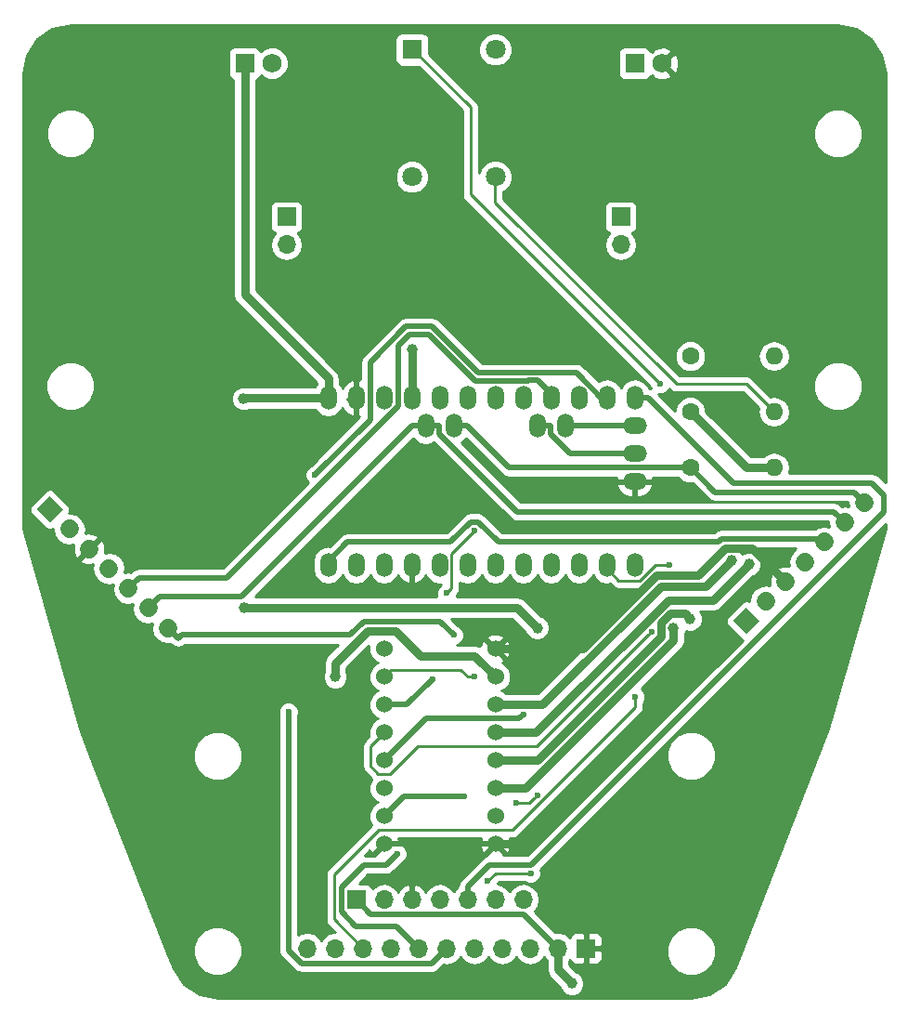
<source format=gbl>
G04 #@! TF.FileFunction,Copper,L2,Bot,Signal*
%FSLAX46Y46*%
G04 Gerber Fmt 4.6, Leading zero omitted, Abs format (unit mm)*
G04 Created by KiCad (PCBNEW 4.0.2+dfsg1-stable) date Wed 12 Sep 2018 10:04:51 PM CEST*
%MOMM*%
G01*
G04 APERTURE LIST*
%ADD10C,0.100000*%
%ADD11O,1.501140X2.199640*%
%ADD12O,2.199640X1.501140*%
%ADD13R,1.700000X1.700000*%
%ADD14O,1.700000X1.700000*%
%ADD15C,1.600000*%
%ADD16O,1.600000X1.600000*%
%ADD17C,1.524000*%
%ADD18C,1.800000*%
%ADD19R,1.800000X1.800000*%
%ADD20C,1.700000*%
%ADD21R,1.750000X1.750000*%
%ADD22C,1.750000*%
%ADD23C,1.000000*%
%ADD24C,0.600000*%
%ADD25C,0.500000*%
%ADD26C,0.800000*%
%ADD27C,0.250000*%
%ADD28C,0.254000*%
G04 APERTURE END LIST*
D10*
D11*
X99060000Y-92710000D03*
X101600000Y-92710000D03*
X80010000Y-105410000D03*
X82550000Y-105410000D03*
X85090000Y-105410000D03*
X87630000Y-105410000D03*
X90170000Y-105410000D03*
X92710000Y-105410000D03*
X95250000Y-105410000D03*
X97790000Y-105410000D03*
X100330000Y-105410000D03*
X102870000Y-105410000D03*
X105410000Y-105410000D03*
X107950000Y-105410000D03*
X107950000Y-90170000D03*
X105410000Y-90170000D03*
X102870000Y-90170000D03*
X100330000Y-90170000D03*
X97790000Y-90170000D03*
X95250000Y-90170000D03*
X92710000Y-90170000D03*
X90170000Y-90170000D03*
X87630000Y-90170000D03*
X85090000Y-90170000D03*
X82550000Y-90170000D03*
X80010000Y-90170000D03*
X91440000Y-92710000D03*
X88900000Y-92710000D03*
D12*
X107950000Y-92710000D03*
X107950000Y-95250000D03*
X107950000Y-97790000D03*
D13*
X103505000Y-140335000D03*
D14*
X100965000Y-140335000D03*
X98425000Y-140335000D03*
X95885000Y-140335000D03*
X93345000Y-140335000D03*
X90805000Y-140335000D03*
X88265000Y-140335000D03*
X85725000Y-140335000D03*
X83185000Y-140335000D03*
X80645000Y-140335000D03*
X78105000Y-140335000D03*
D13*
X76200000Y-73660000D03*
D14*
X76200000Y-76200000D03*
D13*
X106680000Y-73660000D03*
D14*
X106680000Y-76200000D03*
D15*
X113030000Y-86360000D03*
D16*
X120650000Y-86360000D03*
D15*
X113030000Y-96520000D03*
D16*
X120650000Y-96520000D03*
D15*
X113030000Y-91440000D03*
D16*
X120650000Y-91440000D03*
D17*
X85090000Y-113030000D03*
X85090000Y-115570000D03*
X85090000Y-118110000D03*
X85090000Y-120650000D03*
X85090000Y-123190000D03*
X85090000Y-125730000D03*
X85090000Y-128270000D03*
X85090000Y-130810000D03*
X95250000Y-113030000D03*
X95250000Y-115570000D03*
X95250000Y-118110000D03*
X95250000Y-120650000D03*
X95250000Y-125730000D03*
X95250000Y-123190000D03*
X95250000Y-128270000D03*
X95250000Y-130810000D03*
D18*
X95250000Y-58420000D03*
X95250000Y-70020000D03*
D19*
X87650000Y-58420000D03*
D18*
X87650000Y-70020000D03*
D10*
G36*
X119312082Y-110490000D02*
X118110000Y-111692082D01*
X116907918Y-110490000D01*
X118110000Y-109287918D01*
X119312082Y-110490000D01*
X119312082Y-110490000D01*
G37*
D20*
X119906051Y-108693949D02*
X119906051Y-108693949D01*
X121702102Y-106897898D02*
X121702102Y-106897898D01*
X123498154Y-105101846D02*
X123498154Y-105101846D01*
X125294205Y-103305795D02*
X125294205Y-103305795D01*
X127090256Y-101509744D02*
X127090256Y-101509744D01*
X128886307Y-99713693D02*
X128886307Y-99713693D01*
D13*
X82550000Y-135890000D03*
D14*
X85090000Y-135890000D03*
X87630000Y-135890000D03*
X90170000Y-135890000D03*
X92710000Y-135890000D03*
X95250000Y-135890000D03*
X97790000Y-135890000D03*
D10*
G36*
X54610000Y-101532082D02*
X53407918Y-100330000D01*
X54610000Y-99127918D01*
X55812082Y-100330000D01*
X54610000Y-101532082D01*
X54610000Y-101532082D01*
G37*
D20*
X56406051Y-102126051D02*
X56406051Y-102126051D01*
X58202102Y-103922102D02*
X58202102Y-103922102D01*
X59998154Y-105718154D02*
X59998154Y-105718154D01*
X61794205Y-107514205D02*
X61794205Y-107514205D01*
X63590256Y-109310256D02*
X63590256Y-109310256D01*
X65386307Y-111106307D02*
X65386307Y-111106307D01*
D21*
X72390000Y-59690000D03*
D22*
X74890000Y-59690000D03*
D21*
X107950000Y-59690000D03*
D22*
X110450000Y-59690000D03*
D23*
X106680000Y-108585000D03*
D24*
X89501300Y-115803000D03*
X92378500Y-126480400D03*
X93345000Y-115570000D03*
X97790000Y-119010020D03*
X98465348Y-133476762D03*
X94552580Y-134197121D03*
X99078938Y-126348882D03*
X97179566Y-127089017D03*
X111127570Y-105414969D03*
X110236000Y-88900000D03*
X108022260Y-117405560D03*
X78809000Y-97186700D03*
X93345000Y-102235000D03*
X90805000Y-107950000D03*
X76374038Y-118764925D03*
X86324100Y-131696800D03*
D23*
X87630000Y-85725000D03*
X80645000Y-115570000D03*
X102235000Y-143510000D03*
X72272965Y-90233730D03*
X72343185Y-109264421D03*
X99060000Y-111125000D03*
D24*
X91440000Y-111762800D03*
X109486062Y-111445320D03*
D23*
X113026151Y-110306503D03*
X111486083Y-111154193D03*
X116769389Y-104944285D03*
X118380126Y-105327712D03*
D25*
X99060000Y-92710000D02*
X100310600Y-92710000D01*
X100310600Y-93469100D02*
X100310600Y-92710000D01*
X102091500Y-95250000D02*
X100310600Y-93469100D01*
X107950000Y-95250000D02*
X102091500Y-95250000D01*
X101600000Y-92710000D02*
X106350100Y-92710000D01*
X107950000Y-92710000D02*
X106350100Y-92710000D01*
X92984998Y-101484998D02*
X91164196Y-103305800D01*
X80010000Y-105060750D02*
X80010000Y-105410000D01*
X125294200Y-103305800D02*
X124982673Y-102994273D01*
X93705002Y-101484998D02*
X92984998Y-101484998D01*
X124982673Y-102994273D02*
X115889300Y-102994273D01*
X115889300Y-102994273D02*
X115577773Y-103305800D01*
X95525804Y-103305800D02*
X93705002Y-101484998D01*
X115577773Y-103305800D02*
X95525804Y-103305800D01*
X91164196Y-103305800D02*
X81764950Y-103305800D01*
X81764950Y-103305800D02*
X80010000Y-105060750D01*
D26*
X103225670Y-113030000D02*
X109940680Y-106314989D01*
X95250000Y-113030000D02*
X103225670Y-113030000D01*
X109940680Y-106314989D02*
X113770681Y-106314989D01*
X113770681Y-106314989D02*
X116241386Y-103844284D01*
X116241386Y-103844284D02*
X118648488Y-103844284D01*
X118648488Y-103844284D02*
X120852103Y-106047899D01*
X120852103Y-106047899D02*
X121702102Y-106897898D01*
X95250000Y-130810000D02*
X97155000Y-130810000D01*
D25*
X82550000Y-90170000D02*
X82413277Y-90306723D01*
X82413277Y-90306723D02*
X81921777Y-90306723D01*
X121702100Y-106897900D02*
X121631700Y-106968300D01*
X87630000Y-130810000D02*
X95250000Y-130810000D01*
X85090000Y-130810000D02*
X87630000Y-130810000D01*
X87630000Y-130810000D02*
X87630000Y-134540000D01*
X87630000Y-135890000D02*
X87630000Y-134540000D01*
X87194300Y-118110000D02*
X89501300Y-115803000D01*
X85090000Y-118110000D02*
X87194300Y-118110000D01*
X86879600Y-126480400D02*
X92378500Y-126480400D01*
X85090000Y-128270000D02*
X86879600Y-126480400D01*
D27*
X93345000Y-115570000D02*
X92710000Y-115570000D01*
X92710000Y-115570000D02*
X92075000Y-114935000D01*
X85725000Y-114935000D02*
X85090000Y-115570000D01*
X92075000Y-114935000D02*
X85725000Y-114935000D01*
D25*
X97420020Y-119380000D02*
X97490001Y-119310019D01*
X97490001Y-119310019D02*
X97790000Y-119010020D01*
X88900000Y-119380000D02*
X97420020Y-119380000D01*
X85090000Y-123190000D02*
X88900000Y-119380000D01*
D27*
X95272939Y-133476762D02*
X98041084Y-133476762D01*
X94552580Y-134197121D02*
X95272939Y-133476762D01*
X98041084Y-133476762D02*
X98465348Y-133476762D01*
X97179566Y-127089017D02*
X98338803Y-127089017D01*
X98338803Y-127089017D02*
X98778939Y-126648881D01*
X98778939Y-126648881D02*
X99078938Y-126348882D01*
X105410000Y-105759250D02*
X106485580Y-106834830D01*
X110703306Y-105414969D02*
X111127570Y-105414969D01*
X109815380Y-105414969D02*
X110703306Y-105414969D01*
X108395519Y-106834830D02*
X109815380Y-105414969D01*
X106485580Y-106834830D02*
X108395519Y-106834830D01*
X105410000Y-105410000D02*
X105410000Y-105759250D01*
X87772325Y-58442325D02*
X92964000Y-63634000D01*
X92964000Y-63634000D02*
X92964000Y-71628000D01*
X92964000Y-71628000D02*
X110236000Y-88900000D01*
X83185000Y-140335000D02*
X80534000Y-137684000D01*
X80534000Y-137684000D02*
X80534000Y-133597200D01*
X96812824Y-129540000D02*
X108022260Y-118330564D01*
X108022260Y-117829824D02*
X108022260Y-117405560D01*
X108022260Y-118330564D02*
X108022260Y-117829824D01*
X84591200Y-129540000D02*
X96812824Y-129540000D01*
X80534000Y-133597200D02*
X84591200Y-129540000D01*
D25*
X92710000Y-134687919D02*
X94671177Y-132726742D01*
X116951459Y-97920859D02*
X109200600Y-90170000D01*
X130682251Y-100573475D02*
X130682251Y-99002052D01*
X92710000Y-135890000D02*
X92710000Y-134687919D01*
X130682251Y-99002052D02*
X129601058Y-97920859D01*
X94671177Y-132726742D02*
X98528984Y-132726742D01*
X98528984Y-132726742D02*
X130682251Y-100573475D01*
X129601058Y-97920859D02*
X116951459Y-97920859D01*
X109200600Y-90170000D02*
X109200570Y-90170000D01*
X109200570Y-90170000D02*
X107950000Y-90170000D01*
X83820000Y-92175700D02*
X78809000Y-97186700D01*
X83820000Y-86922450D02*
X83820000Y-92175700D01*
X105437877Y-90197877D02*
X105437877Y-90363510D01*
X105437877Y-90363510D02*
X105134510Y-90363510D01*
X105134510Y-90363510D02*
X102639100Y-87868100D01*
X105410000Y-90170000D02*
X105437877Y-90197877D01*
X102639100Y-87868100D02*
X93702944Y-87868100D01*
X93702944Y-87868100D02*
X89482691Y-83647846D01*
X89482691Y-83647846D02*
X87094604Y-83647846D01*
X87094604Y-83647846D02*
X83820000Y-86922450D01*
X100330000Y-89820750D02*
X99079430Y-88570180D01*
X100330000Y-90170000D02*
X100330000Y-89820750D01*
X99079430Y-88570180D02*
X98293720Y-88570180D01*
X93442580Y-88597700D02*
X89192737Y-84347857D01*
X98266200Y-88597700D02*
X93442580Y-88597700D01*
X98293720Y-88570180D02*
X98266200Y-88597700D01*
X89192737Y-84347857D02*
X87384558Y-84347857D01*
X87384558Y-84347857D02*
X86360000Y-85372415D01*
X86360000Y-85372415D02*
X86360000Y-90950900D01*
X86360000Y-90950900D02*
X70751300Y-106559600D01*
X70751300Y-106559600D02*
X62748800Y-106559600D01*
X62748800Y-106559600D02*
X61794200Y-107514200D01*
D27*
X91245580Y-107509420D02*
X91245580Y-104334420D01*
X90805000Y-107950000D02*
X91245580Y-107509420D01*
X91245580Y-104334420D02*
X93345000Y-102235000D01*
D25*
X76374038Y-119189189D02*
X76374038Y-118764925D01*
X76374038Y-140491638D02*
X76374038Y-119189189D01*
X77567500Y-141685100D02*
X76374038Y-140491638D01*
X90805000Y-140335000D02*
X89454900Y-141685100D01*
X89454900Y-141685100D02*
X77567500Y-141685100D01*
X85288000Y-132732900D02*
X86324100Y-131696800D01*
X83242600Y-132732900D02*
X85288000Y-132732900D01*
X81249600Y-134725900D02*
X83242600Y-132732900D01*
X81249600Y-136987200D02*
X81249600Y-134725900D01*
X82547000Y-138284600D02*
X81249600Y-136987200D01*
X86214600Y-138284600D02*
X82547000Y-138284600D01*
X88265000Y-140335000D02*
X86214600Y-138284600D01*
D26*
X87630000Y-90170000D02*
X87630000Y-85725000D01*
X95250000Y-115570000D02*
X93363761Y-113683761D01*
X93363761Y-113683761D02*
X88432636Y-113683761D01*
X88432636Y-113683761D02*
X86136450Y-111387575D01*
X86136450Y-111387575D02*
X83613171Y-111387575D01*
X83613171Y-111387575D02*
X80645000Y-114355746D01*
X80645000Y-114355746D02*
X80645000Y-115570000D01*
X113030000Y-91440000D02*
X118110000Y-96520000D01*
X118110000Y-96520000D02*
X120650000Y-96520000D01*
X102235000Y-143510000D02*
X100965000Y-142240000D01*
X100965000Y-142240000D02*
X100965000Y-140335000D01*
D25*
X97820400Y-137190400D02*
X100965000Y-140335000D01*
X83850400Y-137190400D02*
X97820400Y-137190400D01*
X82550000Y-135890000D02*
X83850400Y-137190400D01*
D26*
X72336695Y-90170000D02*
X72272965Y-90233730D01*
X80010000Y-90170000D02*
X72336695Y-90170000D01*
X97199421Y-109264421D02*
X73050291Y-109264421D01*
X73050291Y-109264421D02*
X72343185Y-109264421D01*
X99060000Y-111125000D02*
X97199421Y-109264421D01*
X80010000Y-90170000D02*
X80010000Y-88387025D01*
X80010000Y-88387025D02*
X72390000Y-80767025D01*
X72390000Y-80767025D02*
X72390000Y-59690000D01*
D25*
X66639000Y-111762800D02*
X82035849Y-111762800D01*
X82035849Y-111762800D02*
X83261085Y-110537564D01*
X66340900Y-112060900D02*
X66639000Y-111762800D01*
X65386300Y-111106300D02*
X66340900Y-112060900D01*
X83261085Y-110537564D02*
X90214764Y-110537564D01*
X90214764Y-110537564D02*
X91440000Y-111762800D01*
X91440000Y-92710000D02*
X92690600Y-92710000D01*
X96500600Y-96520000D02*
X113030000Y-96520000D01*
X92690600Y-92710000D02*
X96500600Y-96520000D01*
X115269100Y-98759100D02*
X113030000Y-96520000D01*
X127931700Y-98759100D02*
X115269100Y-98759100D01*
X128886300Y-99713700D02*
X127931700Y-98759100D01*
X87649400Y-92710000D02*
X87649430Y-92710000D01*
X63590300Y-109310300D02*
X64635922Y-108264678D01*
X72094722Y-108264678D02*
X87649400Y-92710000D01*
X87649430Y-92710000D02*
X88900000Y-92710000D01*
X64635922Y-108264678D02*
X72094722Y-108264678D01*
X90150600Y-93469100D02*
X90150600Y-92710000D01*
X97236600Y-100555100D02*
X90150600Y-93469100D01*
X126135700Y-100555100D02*
X97236600Y-100555100D01*
X88900000Y-92710000D02*
X90150600Y-92710000D01*
X127090300Y-101509700D02*
X126135700Y-100555100D01*
D27*
X85662800Y-124406200D02*
X88149000Y-121920000D01*
X83854400Y-121885600D02*
X83854400Y-123708300D01*
X83854400Y-123708300D02*
X84552300Y-124406200D01*
X85090000Y-120650000D02*
X83854400Y-121885600D01*
X84552300Y-124406200D02*
X85662800Y-124406200D01*
X99011382Y-121920000D02*
X109186063Y-111745319D01*
X109186063Y-111745319D02*
X109486062Y-111445320D01*
X88149000Y-121920000D02*
X99011382Y-121920000D01*
X95230000Y-70103030D02*
X95230000Y-72370000D01*
X95230000Y-72370000D02*
X111760000Y-88900000D01*
X111760000Y-88900000D02*
X118110000Y-88900000D01*
X118110000Y-88900000D02*
X120650000Y-91440000D01*
D26*
X110386082Y-111928742D02*
X110386082Y-110626192D01*
X110386082Y-110626192D02*
X111205770Y-109806504D01*
X99124824Y-123190000D02*
X110386082Y-111928742D01*
X95250000Y-123190000D02*
X99124824Y-123190000D01*
X111205770Y-109806504D02*
X112526152Y-109806504D01*
X112526152Y-109806504D02*
X113026151Y-110306503D01*
X111486083Y-112255788D02*
X111486083Y-111861299D01*
X95250000Y-125730000D02*
X98011871Y-125730000D01*
X111486083Y-111861299D02*
X111486083Y-111154193D01*
X98011871Y-125730000D02*
X111486083Y-112255788D01*
X116269390Y-105444284D02*
X116769389Y-104944285D01*
X114398674Y-107315000D02*
X116269390Y-105444284D01*
X110354898Y-107315000D02*
X114398674Y-107315000D01*
X99559898Y-118110000D02*
X110354898Y-107315000D01*
X95250000Y-118110000D02*
X99559898Y-118110000D01*
X111013045Y-108585000D02*
X115122838Y-108585000D01*
X115122838Y-108585000D02*
X117880127Y-105827711D01*
X98948045Y-120650000D02*
X111013045Y-108585000D01*
X95250000Y-120650000D02*
X98948045Y-120650000D01*
X117880127Y-105827711D02*
X118380126Y-105327712D01*
D28*
G36*
X128138394Y-56573108D02*
X129533928Y-57505573D01*
X130466394Y-58901106D01*
X130807252Y-60614717D01*
X130807252Y-97875474D01*
X130226848Y-97295069D01*
X130064661Y-97186700D01*
X129939733Y-97103226D01*
X129883542Y-97092049D01*
X129601058Y-97035858D01*
X129601053Y-97035859D01*
X122010502Y-97035859D01*
X122113113Y-96520000D01*
X122003880Y-95970849D01*
X121692811Y-95505302D01*
X121227264Y-95194233D01*
X120678113Y-95085000D01*
X120621887Y-95085000D01*
X120072736Y-95194233D01*
X119637573Y-95485000D01*
X118538711Y-95485000D01*
X114465025Y-91411313D01*
X114465248Y-91155813D01*
X114247243Y-90628200D01*
X113843923Y-90224176D01*
X113316691Y-90005250D01*
X112745813Y-90004752D01*
X112218200Y-90222757D01*
X111814176Y-90626077D01*
X111595250Y-91153309D01*
X111595111Y-91312931D01*
X110117077Y-89834897D01*
X110421167Y-89835162D01*
X110764943Y-89693117D01*
X111028192Y-89430327D01*
X111083156Y-89297958D01*
X111222599Y-89437401D01*
X111469160Y-89602148D01*
X111760000Y-89660000D01*
X117795198Y-89660000D01*
X119251312Y-91116114D01*
X119186887Y-91440000D01*
X119296120Y-91989151D01*
X119607189Y-92454698D01*
X120072736Y-92765767D01*
X120621887Y-92875000D01*
X120678113Y-92875000D01*
X121227264Y-92765767D01*
X121692811Y-92454698D01*
X122003880Y-91989151D01*
X122113113Y-91440000D01*
X122003880Y-90890849D01*
X121692811Y-90425302D01*
X121227264Y-90114233D01*
X120678113Y-90005000D01*
X120621887Y-90005000D01*
X120344898Y-90060096D01*
X119830621Y-89545819D01*
X124256613Y-89545819D01*
X124596155Y-90367572D01*
X125224321Y-90996836D01*
X126045481Y-91337811D01*
X126934619Y-91338587D01*
X127756372Y-90999045D01*
X128385636Y-90370879D01*
X128726611Y-89549719D01*
X128727387Y-88660581D01*
X128387845Y-87838828D01*
X127759679Y-87209564D01*
X126938519Y-86868589D01*
X126049381Y-86867813D01*
X125227628Y-87207355D01*
X124598364Y-87835521D01*
X124257389Y-88656681D01*
X124256613Y-89545819D01*
X119830621Y-89545819D01*
X118647401Y-88362599D01*
X118400839Y-88197852D01*
X118110000Y-88140000D01*
X112074802Y-88140000D01*
X110578989Y-86644187D01*
X111594752Y-86644187D01*
X111812757Y-87171800D01*
X112216077Y-87575824D01*
X112743309Y-87794750D01*
X113314187Y-87795248D01*
X113841800Y-87577243D01*
X114245824Y-87173923D01*
X114464750Y-86646691D01*
X114465000Y-86360000D01*
X119186887Y-86360000D01*
X119296120Y-86909151D01*
X119607189Y-87374698D01*
X120072736Y-87685767D01*
X120621887Y-87795000D01*
X120678113Y-87795000D01*
X121227264Y-87685767D01*
X121692811Y-87374698D01*
X122003880Y-86909151D01*
X122113113Y-86360000D01*
X122003880Y-85810849D01*
X121692811Y-85345302D01*
X121227264Y-85034233D01*
X120678113Y-84925000D01*
X120621887Y-84925000D01*
X120072736Y-85034233D01*
X119607189Y-85345302D01*
X119296120Y-85810849D01*
X119186887Y-86360000D01*
X114465000Y-86360000D01*
X114465248Y-86075813D01*
X114247243Y-85548200D01*
X113843923Y-85144176D01*
X113316691Y-84925250D01*
X112745813Y-84924752D01*
X112218200Y-85142757D01*
X111814176Y-85546077D01*
X111595250Y-86073309D01*
X111594752Y-86644187D01*
X110578989Y-86644187D01*
X100134802Y-76200000D01*
X105165907Y-76200000D01*
X105278946Y-76768285D01*
X105600853Y-77250054D01*
X106082622Y-77571961D01*
X106650907Y-77685000D01*
X106709093Y-77685000D01*
X107277378Y-77571961D01*
X107759147Y-77250054D01*
X108081054Y-76768285D01*
X108194093Y-76200000D01*
X108081054Y-75631715D01*
X107759147Y-75149946D01*
X107717548Y-75122150D01*
X107765317Y-75113162D01*
X107981441Y-74974090D01*
X108126431Y-74761890D01*
X108177440Y-74510000D01*
X108177440Y-72810000D01*
X108133162Y-72574683D01*
X107994090Y-72358559D01*
X107781890Y-72213569D01*
X107530000Y-72162560D01*
X105830000Y-72162560D01*
X105594683Y-72206838D01*
X105378559Y-72345910D01*
X105233569Y-72558110D01*
X105182560Y-72810000D01*
X105182560Y-74510000D01*
X105226838Y-74745317D01*
X105365910Y-74961441D01*
X105578110Y-75106431D01*
X105645541Y-75120086D01*
X105600853Y-75149946D01*
X105278946Y-75631715D01*
X105165907Y-76200000D01*
X100134802Y-76200000D01*
X95990000Y-72055198D01*
X95990000Y-71375110D01*
X96118371Y-71322068D01*
X96550551Y-70890643D01*
X96784733Y-70326670D01*
X96785265Y-69716009D01*
X96552068Y-69151629D01*
X96120643Y-68719449D01*
X95556670Y-68485267D01*
X94946009Y-68484735D01*
X94381629Y-68717932D01*
X93949449Y-69149357D01*
X93724000Y-69692299D01*
X93724000Y-66533419D01*
X124256613Y-66533419D01*
X124596155Y-67355172D01*
X125224321Y-67984436D01*
X126045481Y-68325411D01*
X126934619Y-68326187D01*
X127756372Y-67986645D01*
X128385636Y-67358479D01*
X128726611Y-66537319D01*
X128727387Y-65648181D01*
X128387845Y-64826428D01*
X127759679Y-64197164D01*
X126938519Y-63856189D01*
X126049381Y-63855413D01*
X125227628Y-64194955D01*
X124598364Y-64823121D01*
X124257389Y-65644281D01*
X124256613Y-66533419D01*
X93724000Y-66533419D01*
X93724000Y-63634000D01*
X93666148Y-63343161D01*
X93666148Y-63343160D01*
X93501401Y-63096599D01*
X89197440Y-58792638D01*
X89197440Y-58723991D01*
X93714735Y-58723991D01*
X93947932Y-59288371D01*
X94379357Y-59720551D01*
X94943330Y-59954733D01*
X95553991Y-59955265D01*
X96118371Y-59722068D01*
X96550551Y-59290643D01*
X96748055Y-58815000D01*
X106427560Y-58815000D01*
X106427560Y-60565000D01*
X106471838Y-60800317D01*
X106610910Y-61016441D01*
X106823110Y-61161431D01*
X107075000Y-61212440D01*
X108825000Y-61212440D01*
X109060317Y-61168162D01*
X109276441Y-61029090D01*
X109413994Y-60827774D01*
X109452914Y-60866694D01*
X109567546Y-60752062D01*
X109650884Y-61005953D01*
X110215306Y-61211590D01*
X110815458Y-61185579D01*
X111249116Y-61005953D01*
X111332455Y-60752060D01*
X110450000Y-59869605D01*
X110435858Y-59883748D01*
X110256253Y-59704143D01*
X110270395Y-59690000D01*
X110629605Y-59690000D01*
X111512060Y-60572455D01*
X111765953Y-60489116D01*
X111971590Y-59924694D01*
X111945579Y-59324542D01*
X111765953Y-58890884D01*
X111512060Y-58807545D01*
X110629605Y-59690000D01*
X110270395Y-59690000D01*
X110256253Y-59675858D01*
X110435858Y-59496253D01*
X110450000Y-59510395D01*
X111332455Y-58627940D01*
X111249116Y-58374047D01*
X110684694Y-58168410D01*
X110084542Y-58194421D01*
X109650884Y-58374047D01*
X109567546Y-58627938D01*
X109452914Y-58513306D01*
X109411864Y-58554356D01*
X109289090Y-58363559D01*
X109076890Y-58218569D01*
X108825000Y-58167560D01*
X107075000Y-58167560D01*
X106839683Y-58211838D01*
X106623559Y-58350910D01*
X106478569Y-58563110D01*
X106427560Y-58815000D01*
X96748055Y-58815000D01*
X96784733Y-58726670D01*
X96785265Y-58116009D01*
X96552068Y-57551629D01*
X96120643Y-57119449D01*
X95556670Y-56885267D01*
X94946009Y-56884735D01*
X94381629Y-57117932D01*
X93949449Y-57549357D01*
X93715267Y-58113330D01*
X93714735Y-58723991D01*
X89197440Y-58723991D01*
X89197440Y-57520000D01*
X89153162Y-57284683D01*
X89014090Y-57068559D01*
X88801890Y-56923569D01*
X88550000Y-56872560D01*
X86750000Y-56872560D01*
X86514683Y-56916838D01*
X86298559Y-57055910D01*
X86153569Y-57268110D01*
X86102560Y-57520000D01*
X86102560Y-59320000D01*
X86146838Y-59555317D01*
X86285910Y-59771441D01*
X86498110Y-59916431D01*
X86750000Y-59967440D01*
X88222638Y-59967440D01*
X92204000Y-63948802D01*
X92204000Y-71628000D01*
X92261852Y-71918839D01*
X92426599Y-72165401D01*
X109300878Y-89039680D01*
X109300838Y-89085167D01*
X109399777Y-89324619D01*
X109237212Y-89292282D01*
X109230100Y-89256528D01*
X108929746Y-88807017D01*
X108480235Y-88506663D01*
X107950000Y-88401193D01*
X107419765Y-88506663D01*
X106970254Y-88807017D01*
X106680000Y-89241412D01*
X106389746Y-88807017D01*
X105940235Y-88506663D01*
X105410000Y-88401193D01*
X104879765Y-88506663D01*
X104669642Y-88647063D01*
X103264890Y-87242310D01*
X103162541Y-87173923D01*
X102977775Y-87050467D01*
X102921584Y-87039290D01*
X102639100Y-86983099D01*
X102639095Y-86983100D01*
X94069523Y-86983100D01*
X90108483Y-83022059D01*
X90108481Y-83022056D01*
X89821366Y-82830213D01*
X89482691Y-82762845D01*
X89482686Y-82762846D01*
X87094604Y-82762846D01*
X86755929Y-82830213D01*
X86468814Y-83022056D01*
X86468812Y-83022059D01*
X83194210Y-86296660D01*
X83002367Y-86583775D01*
X83002367Y-86583776D01*
X82934999Y-86922450D01*
X82935000Y-86922455D01*
X82935000Y-88486525D01*
X82891275Y-88477867D01*
X82677000Y-88600521D01*
X82677000Y-90043000D01*
X82697000Y-90043000D01*
X82697000Y-90297000D01*
X82677000Y-90297000D01*
X82677000Y-91739479D01*
X82885369Y-91858752D01*
X78400164Y-96343956D01*
X78280057Y-96393583D01*
X78016808Y-96656373D01*
X77874162Y-96999901D01*
X77873838Y-97371867D01*
X78015883Y-97715643D01*
X78179637Y-97879683D01*
X70384720Y-105674600D01*
X62748805Y-105674600D01*
X62748800Y-105674599D01*
X62410125Y-105741967D01*
X62123010Y-105933810D01*
X62123008Y-105933813D01*
X62009462Y-106047358D01*
X61814777Y-106008633D01*
X61426491Y-106085868D01*
X61503726Y-105697582D01*
X61390687Y-105129298D01*
X61068779Y-104647529D01*
X60587010Y-104325621D01*
X60018726Y-104212582D01*
X59616842Y-104292522D01*
X59670438Y-104144010D01*
X59643588Y-103565210D01*
X59473739Y-103155184D01*
X59225395Y-103078414D01*
X58381707Y-103922102D01*
X58395850Y-103936245D01*
X58216245Y-104115850D01*
X58202102Y-104101707D01*
X57358414Y-104945395D01*
X57435184Y-105193739D01*
X57845210Y-105363588D01*
X58424010Y-105390438D01*
X58572522Y-105336842D01*
X58492581Y-105738726D01*
X58605621Y-106307011D01*
X58927528Y-106788780D01*
X59409297Y-107110687D01*
X59977582Y-107223727D01*
X60365868Y-107146491D01*
X60288632Y-107534777D01*
X60401672Y-108103062D01*
X60723579Y-108584831D01*
X61205348Y-108906738D01*
X61773633Y-109019778D01*
X62161919Y-108942542D01*
X62084683Y-109330828D01*
X62197723Y-109899113D01*
X62519630Y-110380882D01*
X63001399Y-110702789D01*
X63569684Y-110815829D01*
X63957970Y-110738593D01*
X63880734Y-111126879D01*
X63993774Y-111695164D01*
X64315681Y-112176933D01*
X64797450Y-112498840D01*
X65365735Y-112611880D01*
X65594747Y-112566326D01*
X65715108Y-112686687D01*
X65715110Y-112686690D01*
X65887224Y-112801691D01*
X66002225Y-112878533D01*
X66340900Y-112945901D01*
X66679574Y-112878533D01*
X66966690Y-112686690D01*
X67005580Y-112647800D01*
X80889234Y-112647800D01*
X79913144Y-113623890D01*
X79688785Y-113959669D01*
X79609999Y-114355746D01*
X79610000Y-114355751D01*
X79610000Y-115102893D01*
X79510197Y-115343244D01*
X79509803Y-115794775D01*
X79682233Y-116212086D01*
X80001235Y-116531645D01*
X80418244Y-116704803D01*
X80869775Y-116705197D01*
X81287086Y-116532767D01*
X81606645Y-116213765D01*
X81779803Y-115796756D01*
X81780197Y-115345225D01*
X81680000Y-115102731D01*
X81680000Y-114784458D01*
X83693225Y-112771232D01*
X83692758Y-113306661D01*
X83904990Y-113820303D01*
X84297630Y-114213629D01*
X84505512Y-114299949D01*
X84299697Y-114384990D01*
X83906371Y-114777630D01*
X83693243Y-115290900D01*
X83692758Y-115846661D01*
X83904990Y-116360303D01*
X84297630Y-116753629D01*
X84505512Y-116839949D01*
X84299697Y-116924990D01*
X83906371Y-117317630D01*
X83693243Y-117830900D01*
X83692758Y-118386661D01*
X83904990Y-118900303D01*
X84297630Y-119293629D01*
X84505512Y-119379949D01*
X84299697Y-119464990D01*
X83906371Y-119857630D01*
X83693243Y-120370900D01*
X83692758Y-120926661D01*
X83706143Y-120959055D01*
X83316999Y-121348199D01*
X83152252Y-121594761D01*
X83094400Y-121885600D01*
X83094400Y-123708300D01*
X83152252Y-123999139D01*
X83316999Y-124245701D01*
X83957694Y-124886396D01*
X83906371Y-124937630D01*
X83693243Y-125450900D01*
X83692758Y-126006661D01*
X83904990Y-126520303D01*
X84297630Y-126913629D01*
X84505512Y-126999949D01*
X84299697Y-127084990D01*
X83906371Y-127477630D01*
X83693243Y-127990900D01*
X83692758Y-128546661D01*
X83904990Y-129060303D01*
X83950503Y-129105895D01*
X79996599Y-133059799D01*
X79831852Y-133306361D01*
X79774000Y-133597200D01*
X79774000Y-137684000D01*
X79831852Y-137974839D01*
X79996599Y-138221401D01*
X80604217Y-138829019D01*
X80076715Y-138933946D01*
X79594946Y-139255853D01*
X79375000Y-139585026D01*
X79155054Y-139255853D01*
X78673285Y-138933946D01*
X78105000Y-138820907D01*
X77536715Y-138933946D01*
X77259038Y-139119483D01*
X77259038Y-119071747D01*
X77308876Y-118951724D01*
X77309200Y-118579758D01*
X77167155Y-118235982D01*
X76904365Y-117972733D01*
X76560837Y-117830087D01*
X76188871Y-117829763D01*
X75845095Y-117971808D01*
X75581846Y-118234598D01*
X75439200Y-118578126D01*
X75438876Y-118950092D01*
X75489038Y-119071494D01*
X75489038Y-140491633D01*
X75489037Y-140491638D01*
X75514720Y-140620750D01*
X75556405Y-140830313D01*
X75682427Y-141018919D01*
X75748248Y-141117428D01*
X76941708Y-142310887D01*
X76941710Y-142310890D01*
X77179741Y-142469936D01*
X77228825Y-142502733D01*
X77567500Y-142570101D01*
X77567505Y-142570100D01*
X89454895Y-142570100D01*
X89454900Y-142570101D01*
X89737384Y-142513910D01*
X89793575Y-142502733D01*
X90080690Y-142310890D01*
X90080691Y-142310889D01*
X90586040Y-141805539D01*
X90805000Y-141849093D01*
X91373285Y-141736054D01*
X91855054Y-141414147D01*
X92075000Y-141084974D01*
X92294946Y-141414147D01*
X92776715Y-141736054D01*
X93345000Y-141849093D01*
X93913285Y-141736054D01*
X94395054Y-141414147D01*
X94615000Y-141084974D01*
X94834946Y-141414147D01*
X95316715Y-141736054D01*
X95885000Y-141849093D01*
X96453285Y-141736054D01*
X96935054Y-141414147D01*
X97155000Y-141084974D01*
X97374946Y-141414147D01*
X97856715Y-141736054D01*
X98425000Y-141849093D01*
X98993285Y-141736054D01*
X99475054Y-141414147D01*
X99695000Y-141084974D01*
X99914946Y-141414147D01*
X99930000Y-141424206D01*
X99930000Y-142239995D01*
X99929999Y-142240000D01*
X100008785Y-142636077D01*
X100233144Y-142971856D01*
X101172850Y-143911561D01*
X101272233Y-144152086D01*
X101591235Y-144471645D01*
X102008244Y-144644803D01*
X102459775Y-144645197D01*
X102877086Y-144472767D01*
X103196645Y-144153765D01*
X103369803Y-143736756D01*
X103370197Y-143285225D01*
X103197767Y-142867914D01*
X102878765Y-142548355D01*
X102636446Y-142447735D01*
X102000000Y-141811288D01*
X102000000Y-141424206D01*
X102015054Y-141414147D01*
X102044403Y-141370223D01*
X102116673Y-141544698D01*
X102295301Y-141723327D01*
X102528690Y-141820000D01*
X103219250Y-141820000D01*
X103378000Y-141661250D01*
X103378000Y-140462000D01*
X103632000Y-140462000D01*
X103632000Y-141661250D01*
X103790750Y-141820000D01*
X104481310Y-141820000D01*
X104714699Y-141723327D01*
X104893327Y-141544698D01*
X104990000Y-141311309D01*
X104990000Y-141018919D01*
X110870813Y-141018919D01*
X111210355Y-141840672D01*
X111838521Y-142469936D01*
X112659681Y-142810911D01*
X113548819Y-142811687D01*
X114370572Y-142472145D01*
X114999836Y-141843979D01*
X115340811Y-141022819D01*
X115341587Y-140133681D01*
X115002045Y-139311928D01*
X114373879Y-138682664D01*
X113552719Y-138341689D01*
X112663581Y-138340913D01*
X111841828Y-138680455D01*
X111212564Y-139308621D01*
X110871589Y-140129781D01*
X110870813Y-141018919D01*
X104990000Y-141018919D01*
X104990000Y-140620750D01*
X104831250Y-140462000D01*
X103632000Y-140462000D01*
X103378000Y-140462000D01*
X103358000Y-140462000D01*
X103358000Y-140208000D01*
X103378000Y-140208000D01*
X103378000Y-139008750D01*
X103632000Y-139008750D01*
X103632000Y-140208000D01*
X104831250Y-140208000D01*
X104990000Y-140049250D01*
X104990000Y-139358691D01*
X104893327Y-139125302D01*
X104714699Y-138946673D01*
X104481310Y-138850000D01*
X103790750Y-138850000D01*
X103632000Y-139008750D01*
X103378000Y-139008750D01*
X103219250Y-138850000D01*
X102528690Y-138850000D01*
X102295301Y-138946673D01*
X102116673Y-139125302D01*
X102044403Y-139299777D01*
X102015054Y-139255853D01*
X101533285Y-138933946D01*
X100965000Y-138820907D01*
X100746040Y-138864461D01*
X98844329Y-136962749D01*
X99161961Y-136487378D01*
X99275000Y-135919093D01*
X99275000Y-135860907D01*
X99161961Y-135292622D01*
X98840054Y-134810853D01*
X98358285Y-134488946D01*
X97790000Y-134375907D01*
X97221715Y-134488946D01*
X96739946Y-134810853D01*
X96520000Y-135140026D01*
X96300054Y-134810853D01*
X95818285Y-134488946D01*
X95472378Y-134420141D01*
X95487418Y-134383920D01*
X95487459Y-134337044D01*
X95587741Y-134236762D01*
X97902885Y-134236762D01*
X97935021Y-134268954D01*
X98278549Y-134411600D01*
X98650515Y-134411924D01*
X98994291Y-134269879D01*
X99257540Y-134007089D01*
X99400186Y-133663561D01*
X99400510Y-133291595D01*
X99346478Y-133160828D01*
X109306486Y-123200819D01*
X110858113Y-123200819D01*
X111197655Y-124022572D01*
X111825821Y-124651836D01*
X112646981Y-124992811D01*
X113536119Y-124993587D01*
X114357872Y-124654045D01*
X114987136Y-124025879D01*
X115328111Y-123204719D01*
X115328887Y-122315581D01*
X114989345Y-121493828D01*
X114361179Y-120864564D01*
X113540019Y-120523589D01*
X112650881Y-120522813D01*
X111829128Y-120862355D01*
X111199864Y-121490521D01*
X110858889Y-122311681D01*
X110858113Y-123200819D01*
X109306486Y-123200819D01*
X130807252Y-101700053D01*
X130807252Y-102123130D01*
X125638826Y-120295950D01*
X117121793Y-142059014D01*
X116179265Y-143529973D01*
X114801891Y-144489058D01*
X113098382Y-144862040D01*
X113076521Y-144862250D01*
X69970022Y-144862250D01*
X68256733Y-144520617D01*
X66861639Y-143587495D01*
X65893483Y-142137070D01*
X65885313Y-142116769D01*
X65440756Y-140980819D01*
X67665413Y-140980819D01*
X68004955Y-141802572D01*
X68633121Y-142431836D01*
X69454281Y-142772811D01*
X70343419Y-142773587D01*
X71165172Y-142434045D01*
X71794436Y-141805879D01*
X72135411Y-140984719D01*
X72136187Y-140095581D01*
X71796645Y-139273828D01*
X71168479Y-138644564D01*
X70347319Y-138303589D01*
X69458181Y-138302813D01*
X68636428Y-138642355D01*
X68007164Y-139270521D01*
X67666189Y-140091681D01*
X67665413Y-140980819D01*
X65440756Y-140980819D01*
X58487477Y-123213519D01*
X67678113Y-123213519D01*
X68017655Y-124035272D01*
X68645821Y-124664536D01*
X69466981Y-125005511D01*
X70356119Y-125006287D01*
X71177872Y-124666745D01*
X71807136Y-124038579D01*
X72148111Y-123217419D01*
X72148887Y-122328281D01*
X71809345Y-121506528D01*
X71181179Y-120877264D01*
X70360019Y-120536289D01*
X69470881Y-120535513D01*
X68649128Y-120875055D01*
X68019864Y-121503221D01*
X67678889Y-122324381D01*
X67678113Y-123213519D01*
X58487477Y-123213519D01*
X57345679Y-120295953D01*
X52177252Y-102123133D01*
X52177252Y-100321056D01*
X52760540Y-100321056D01*
X52808064Y-100573627D01*
X52950109Y-100787809D01*
X54152191Y-101989891D01*
X54349894Y-102124976D01*
X54601056Y-102179460D01*
X54853627Y-102131936D01*
X54910963Y-102093911D01*
X54900478Y-102146623D01*
X55013518Y-102714908D01*
X55335425Y-103196677D01*
X55817194Y-103518584D01*
X56385479Y-103631624D01*
X56787362Y-103551684D01*
X56733766Y-103700194D01*
X56760616Y-104278994D01*
X56930465Y-104689020D01*
X57178809Y-104765790D01*
X58022497Y-103922102D01*
X58008355Y-103907960D01*
X58187960Y-103728355D01*
X58202102Y-103742497D01*
X59045790Y-102898809D01*
X58969020Y-102650465D01*
X58558994Y-102480616D01*
X57980194Y-102453766D01*
X57831683Y-102507362D01*
X57911623Y-102105479D01*
X57798584Y-101537195D01*
X57476676Y-101055426D01*
X56994907Y-100733518D01*
X56426623Y-100620479D01*
X56377554Y-100630239D01*
X56404976Y-100590106D01*
X56459460Y-100338944D01*
X56411936Y-100086373D01*
X56269891Y-99872191D01*
X55067809Y-98670109D01*
X54870106Y-98535024D01*
X54618944Y-98480540D01*
X54366373Y-98528064D01*
X54152191Y-98670109D01*
X52950109Y-99872191D01*
X52815024Y-100069894D01*
X52760540Y-100321056D01*
X52177252Y-100321056D01*
X52177252Y-89507719D01*
X54266913Y-89507719D01*
X54606455Y-90329472D01*
X55234621Y-90958736D01*
X56055781Y-91299711D01*
X56944919Y-91300487D01*
X57766672Y-90960945D01*
X58395936Y-90332779D01*
X58736911Y-89511619D01*
X58737687Y-88622481D01*
X58398145Y-87800728D01*
X57769979Y-87171464D01*
X56948819Y-86830489D01*
X56059681Y-86829713D01*
X55237928Y-87169255D01*
X54608664Y-87797421D01*
X54267689Y-88618581D01*
X54266913Y-89507719D01*
X52177252Y-89507719D01*
X52177252Y-66520719D01*
X54279613Y-66520719D01*
X54619155Y-67342472D01*
X55247321Y-67971736D01*
X56068481Y-68312711D01*
X56957619Y-68313487D01*
X57779372Y-67973945D01*
X58408636Y-67345779D01*
X58749611Y-66524619D01*
X58750387Y-65635481D01*
X58410845Y-64813728D01*
X57782679Y-64184464D01*
X56961519Y-63843489D01*
X56072381Y-63842713D01*
X55250628Y-64182255D01*
X54621364Y-64810421D01*
X54280389Y-65631581D01*
X54279613Y-66520719D01*
X52177252Y-66520719D01*
X52177252Y-60614717D01*
X52518110Y-58901108D01*
X52575645Y-58815000D01*
X70867560Y-58815000D01*
X70867560Y-60565000D01*
X70911838Y-60800317D01*
X71050910Y-61016441D01*
X71263110Y-61161431D01*
X71355000Y-61180039D01*
X71355000Y-80767020D01*
X71354999Y-80767025D01*
X71433785Y-81163102D01*
X71658144Y-81498881D01*
X78975000Y-88815736D01*
X78975000Y-88889710D01*
X78811103Y-89135000D01*
X72586594Y-89135000D01*
X72499721Y-89098927D01*
X72048190Y-89098533D01*
X71630879Y-89270963D01*
X71311320Y-89589965D01*
X71138162Y-90006974D01*
X71137768Y-90458505D01*
X71310198Y-90875816D01*
X71629200Y-91195375D01*
X72046209Y-91368533D01*
X72497740Y-91368927D01*
X72894472Y-91205000D01*
X78811103Y-91205000D01*
X79030254Y-91532983D01*
X79479765Y-91833337D01*
X80010000Y-91938807D01*
X80540235Y-91833337D01*
X80989746Y-91532983D01*
X81290100Y-91083472D01*
X81291601Y-91075928D01*
X81318501Y-91166817D01*
X81660056Y-91588798D01*
X82137097Y-91847950D01*
X82208725Y-91862133D01*
X82423000Y-91739479D01*
X82423000Y-90297000D01*
X82403000Y-90297000D01*
X82403000Y-90043000D01*
X82423000Y-90043000D01*
X82423000Y-88600521D01*
X82208725Y-88477867D01*
X82137097Y-88492050D01*
X81660056Y-88751202D01*
X81318501Y-89173183D01*
X81291601Y-89264072D01*
X81290100Y-89256528D01*
X81045000Y-88889710D01*
X81045000Y-88387025D01*
X81007371Y-88197852D01*
X80966215Y-87990947D01*
X80835453Y-87795248D01*
X80741856Y-87655169D01*
X80741853Y-87655167D01*
X73425000Y-80338313D01*
X73425000Y-76200000D01*
X74685907Y-76200000D01*
X74798946Y-76768285D01*
X75120853Y-77250054D01*
X75602622Y-77571961D01*
X76170907Y-77685000D01*
X76229093Y-77685000D01*
X76797378Y-77571961D01*
X77279147Y-77250054D01*
X77601054Y-76768285D01*
X77714093Y-76200000D01*
X77601054Y-75631715D01*
X77279147Y-75149946D01*
X77237548Y-75122150D01*
X77285317Y-75113162D01*
X77501441Y-74974090D01*
X77646431Y-74761890D01*
X77697440Y-74510000D01*
X77697440Y-72810000D01*
X77653162Y-72574683D01*
X77514090Y-72358559D01*
X77301890Y-72213569D01*
X77050000Y-72162560D01*
X75350000Y-72162560D01*
X75114683Y-72206838D01*
X74898559Y-72345910D01*
X74753569Y-72558110D01*
X74702560Y-72810000D01*
X74702560Y-74510000D01*
X74746838Y-74745317D01*
X74885910Y-74961441D01*
X75098110Y-75106431D01*
X75165541Y-75120086D01*
X75120853Y-75149946D01*
X74798946Y-75631715D01*
X74685907Y-76200000D01*
X73425000Y-76200000D01*
X73425000Y-70323991D01*
X86114735Y-70323991D01*
X86347932Y-70888371D01*
X86779357Y-71320551D01*
X87343330Y-71554733D01*
X87953991Y-71555265D01*
X88518371Y-71322068D01*
X88950551Y-70890643D01*
X89184733Y-70326670D01*
X89185265Y-69716009D01*
X88952068Y-69151629D01*
X88520643Y-68719449D01*
X87956670Y-68485267D01*
X87346009Y-68484735D01*
X86781629Y-68717932D01*
X86349449Y-69149357D01*
X86115267Y-69713330D01*
X86114735Y-70323991D01*
X73425000Y-70323991D01*
X73425000Y-61182334D01*
X73500317Y-61168162D01*
X73716441Y-61029090D01*
X73861431Y-60816890D01*
X73864786Y-60800324D01*
X74033537Y-60969370D01*
X74588325Y-61199738D01*
X75189040Y-61200262D01*
X75744229Y-60970862D01*
X76169370Y-60546463D01*
X76399738Y-59991675D01*
X76400262Y-59390960D01*
X76170862Y-58835771D01*
X75746463Y-58410630D01*
X75191675Y-58180262D01*
X74590960Y-58179738D01*
X74035771Y-58409138D01*
X73866897Y-58577717D01*
X73729090Y-58363559D01*
X73516890Y-58218569D01*
X73265000Y-58167560D01*
X71515000Y-58167560D01*
X71279683Y-58211838D01*
X71063559Y-58350910D01*
X70918569Y-58563110D01*
X70867560Y-58815000D01*
X52575645Y-58815000D01*
X53450575Y-57505574D01*
X54846108Y-56573108D01*
X56559719Y-56232250D01*
X126424785Y-56232250D01*
X128138394Y-56573108D01*
X128138394Y-56573108D01*
G37*
X128138394Y-56573108D02*
X129533928Y-57505573D01*
X130466394Y-58901106D01*
X130807252Y-60614717D01*
X130807252Y-97875474D01*
X130226848Y-97295069D01*
X130064661Y-97186700D01*
X129939733Y-97103226D01*
X129883542Y-97092049D01*
X129601058Y-97035858D01*
X129601053Y-97035859D01*
X122010502Y-97035859D01*
X122113113Y-96520000D01*
X122003880Y-95970849D01*
X121692811Y-95505302D01*
X121227264Y-95194233D01*
X120678113Y-95085000D01*
X120621887Y-95085000D01*
X120072736Y-95194233D01*
X119637573Y-95485000D01*
X118538711Y-95485000D01*
X114465025Y-91411313D01*
X114465248Y-91155813D01*
X114247243Y-90628200D01*
X113843923Y-90224176D01*
X113316691Y-90005250D01*
X112745813Y-90004752D01*
X112218200Y-90222757D01*
X111814176Y-90626077D01*
X111595250Y-91153309D01*
X111595111Y-91312931D01*
X110117077Y-89834897D01*
X110421167Y-89835162D01*
X110764943Y-89693117D01*
X111028192Y-89430327D01*
X111083156Y-89297958D01*
X111222599Y-89437401D01*
X111469160Y-89602148D01*
X111760000Y-89660000D01*
X117795198Y-89660000D01*
X119251312Y-91116114D01*
X119186887Y-91440000D01*
X119296120Y-91989151D01*
X119607189Y-92454698D01*
X120072736Y-92765767D01*
X120621887Y-92875000D01*
X120678113Y-92875000D01*
X121227264Y-92765767D01*
X121692811Y-92454698D01*
X122003880Y-91989151D01*
X122113113Y-91440000D01*
X122003880Y-90890849D01*
X121692811Y-90425302D01*
X121227264Y-90114233D01*
X120678113Y-90005000D01*
X120621887Y-90005000D01*
X120344898Y-90060096D01*
X119830621Y-89545819D01*
X124256613Y-89545819D01*
X124596155Y-90367572D01*
X125224321Y-90996836D01*
X126045481Y-91337811D01*
X126934619Y-91338587D01*
X127756372Y-90999045D01*
X128385636Y-90370879D01*
X128726611Y-89549719D01*
X128727387Y-88660581D01*
X128387845Y-87838828D01*
X127759679Y-87209564D01*
X126938519Y-86868589D01*
X126049381Y-86867813D01*
X125227628Y-87207355D01*
X124598364Y-87835521D01*
X124257389Y-88656681D01*
X124256613Y-89545819D01*
X119830621Y-89545819D01*
X118647401Y-88362599D01*
X118400839Y-88197852D01*
X118110000Y-88140000D01*
X112074802Y-88140000D01*
X110578989Y-86644187D01*
X111594752Y-86644187D01*
X111812757Y-87171800D01*
X112216077Y-87575824D01*
X112743309Y-87794750D01*
X113314187Y-87795248D01*
X113841800Y-87577243D01*
X114245824Y-87173923D01*
X114464750Y-86646691D01*
X114465000Y-86360000D01*
X119186887Y-86360000D01*
X119296120Y-86909151D01*
X119607189Y-87374698D01*
X120072736Y-87685767D01*
X120621887Y-87795000D01*
X120678113Y-87795000D01*
X121227264Y-87685767D01*
X121692811Y-87374698D01*
X122003880Y-86909151D01*
X122113113Y-86360000D01*
X122003880Y-85810849D01*
X121692811Y-85345302D01*
X121227264Y-85034233D01*
X120678113Y-84925000D01*
X120621887Y-84925000D01*
X120072736Y-85034233D01*
X119607189Y-85345302D01*
X119296120Y-85810849D01*
X119186887Y-86360000D01*
X114465000Y-86360000D01*
X114465248Y-86075813D01*
X114247243Y-85548200D01*
X113843923Y-85144176D01*
X113316691Y-84925250D01*
X112745813Y-84924752D01*
X112218200Y-85142757D01*
X111814176Y-85546077D01*
X111595250Y-86073309D01*
X111594752Y-86644187D01*
X110578989Y-86644187D01*
X100134802Y-76200000D01*
X105165907Y-76200000D01*
X105278946Y-76768285D01*
X105600853Y-77250054D01*
X106082622Y-77571961D01*
X106650907Y-77685000D01*
X106709093Y-77685000D01*
X107277378Y-77571961D01*
X107759147Y-77250054D01*
X108081054Y-76768285D01*
X108194093Y-76200000D01*
X108081054Y-75631715D01*
X107759147Y-75149946D01*
X107717548Y-75122150D01*
X107765317Y-75113162D01*
X107981441Y-74974090D01*
X108126431Y-74761890D01*
X108177440Y-74510000D01*
X108177440Y-72810000D01*
X108133162Y-72574683D01*
X107994090Y-72358559D01*
X107781890Y-72213569D01*
X107530000Y-72162560D01*
X105830000Y-72162560D01*
X105594683Y-72206838D01*
X105378559Y-72345910D01*
X105233569Y-72558110D01*
X105182560Y-72810000D01*
X105182560Y-74510000D01*
X105226838Y-74745317D01*
X105365910Y-74961441D01*
X105578110Y-75106431D01*
X105645541Y-75120086D01*
X105600853Y-75149946D01*
X105278946Y-75631715D01*
X105165907Y-76200000D01*
X100134802Y-76200000D01*
X95990000Y-72055198D01*
X95990000Y-71375110D01*
X96118371Y-71322068D01*
X96550551Y-70890643D01*
X96784733Y-70326670D01*
X96785265Y-69716009D01*
X96552068Y-69151629D01*
X96120643Y-68719449D01*
X95556670Y-68485267D01*
X94946009Y-68484735D01*
X94381629Y-68717932D01*
X93949449Y-69149357D01*
X93724000Y-69692299D01*
X93724000Y-66533419D01*
X124256613Y-66533419D01*
X124596155Y-67355172D01*
X125224321Y-67984436D01*
X126045481Y-68325411D01*
X126934619Y-68326187D01*
X127756372Y-67986645D01*
X128385636Y-67358479D01*
X128726611Y-66537319D01*
X128727387Y-65648181D01*
X128387845Y-64826428D01*
X127759679Y-64197164D01*
X126938519Y-63856189D01*
X126049381Y-63855413D01*
X125227628Y-64194955D01*
X124598364Y-64823121D01*
X124257389Y-65644281D01*
X124256613Y-66533419D01*
X93724000Y-66533419D01*
X93724000Y-63634000D01*
X93666148Y-63343161D01*
X93666148Y-63343160D01*
X93501401Y-63096599D01*
X89197440Y-58792638D01*
X89197440Y-58723991D01*
X93714735Y-58723991D01*
X93947932Y-59288371D01*
X94379357Y-59720551D01*
X94943330Y-59954733D01*
X95553991Y-59955265D01*
X96118371Y-59722068D01*
X96550551Y-59290643D01*
X96748055Y-58815000D01*
X106427560Y-58815000D01*
X106427560Y-60565000D01*
X106471838Y-60800317D01*
X106610910Y-61016441D01*
X106823110Y-61161431D01*
X107075000Y-61212440D01*
X108825000Y-61212440D01*
X109060317Y-61168162D01*
X109276441Y-61029090D01*
X109413994Y-60827774D01*
X109452914Y-60866694D01*
X109567546Y-60752062D01*
X109650884Y-61005953D01*
X110215306Y-61211590D01*
X110815458Y-61185579D01*
X111249116Y-61005953D01*
X111332455Y-60752060D01*
X110450000Y-59869605D01*
X110435858Y-59883748D01*
X110256253Y-59704143D01*
X110270395Y-59690000D01*
X110629605Y-59690000D01*
X111512060Y-60572455D01*
X111765953Y-60489116D01*
X111971590Y-59924694D01*
X111945579Y-59324542D01*
X111765953Y-58890884D01*
X111512060Y-58807545D01*
X110629605Y-59690000D01*
X110270395Y-59690000D01*
X110256253Y-59675858D01*
X110435858Y-59496253D01*
X110450000Y-59510395D01*
X111332455Y-58627940D01*
X111249116Y-58374047D01*
X110684694Y-58168410D01*
X110084542Y-58194421D01*
X109650884Y-58374047D01*
X109567546Y-58627938D01*
X109452914Y-58513306D01*
X109411864Y-58554356D01*
X109289090Y-58363559D01*
X109076890Y-58218569D01*
X108825000Y-58167560D01*
X107075000Y-58167560D01*
X106839683Y-58211838D01*
X106623559Y-58350910D01*
X106478569Y-58563110D01*
X106427560Y-58815000D01*
X96748055Y-58815000D01*
X96784733Y-58726670D01*
X96785265Y-58116009D01*
X96552068Y-57551629D01*
X96120643Y-57119449D01*
X95556670Y-56885267D01*
X94946009Y-56884735D01*
X94381629Y-57117932D01*
X93949449Y-57549357D01*
X93715267Y-58113330D01*
X93714735Y-58723991D01*
X89197440Y-58723991D01*
X89197440Y-57520000D01*
X89153162Y-57284683D01*
X89014090Y-57068559D01*
X88801890Y-56923569D01*
X88550000Y-56872560D01*
X86750000Y-56872560D01*
X86514683Y-56916838D01*
X86298559Y-57055910D01*
X86153569Y-57268110D01*
X86102560Y-57520000D01*
X86102560Y-59320000D01*
X86146838Y-59555317D01*
X86285910Y-59771441D01*
X86498110Y-59916431D01*
X86750000Y-59967440D01*
X88222638Y-59967440D01*
X92204000Y-63948802D01*
X92204000Y-71628000D01*
X92261852Y-71918839D01*
X92426599Y-72165401D01*
X109300878Y-89039680D01*
X109300838Y-89085167D01*
X109399777Y-89324619D01*
X109237212Y-89292282D01*
X109230100Y-89256528D01*
X108929746Y-88807017D01*
X108480235Y-88506663D01*
X107950000Y-88401193D01*
X107419765Y-88506663D01*
X106970254Y-88807017D01*
X106680000Y-89241412D01*
X106389746Y-88807017D01*
X105940235Y-88506663D01*
X105410000Y-88401193D01*
X104879765Y-88506663D01*
X104669642Y-88647063D01*
X103264890Y-87242310D01*
X103162541Y-87173923D01*
X102977775Y-87050467D01*
X102921584Y-87039290D01*
X102639100Y-86983099D01*
X102639095Y-86983100D01*
X94069523Y-86983100D01*
X90108483Y-83022059D01*
X90108481Y-83022056D01*
X89821366Y-82830213D01*
X89482691Y-82762845D01*
X89482686Y-82762846D01*
X87094604Y-82762846D01*
X86755929Y-82830213D01*
X86468814Y-83022056D01*
X86468812Y-83022059D01*
X83194210Y-86296660D01*
X83002367Y-86583775D01*
X83002367Y-86583776D01*
X82934999Y-86922450D01*
X82935000Y-86922455D01*
X82935000Y-88486525D01*
X82891275Y-88477867D01*
X82677000Y-88600521D01*
X82677000Y-90043000D01*
X82697000Y-90043000D01*
X82697000Y-90297000D01*
X82677000Y-90297000D01*
X82677000Y-91739479D01*
X82885369Y-91858752D01*
X78400164Y-96343956D01*
X78280057Y-96393583D01*
X78016808Y-96656373D01*
X77874162Y-96999901D01*
X77873838Y-97371867D01*
X78015883Y-97715643D01*
X78179637Y-97879683D01*
X70384720Y-105674600D01*
X62748805Y-105674600D01*
X62748800Y-105674599D01*
X62410125Y-105741967D01*
X62123010Y-105933810D01*
X62123008Y-105933813D01*
X62009462Y-106047358D01*
X61814777Y-106008633D01*
X61426491Y-106085868D01*
X61503726Y-105697582D01*
X61390687Y-105129298D01*
X61068779Y-104647529D01*
X60587010Y-104325621D01*
X60018726Y-104212582D01*
X59616842Y-104292522D01*
X59670438Y-104144010D01*
X59643588Y-103565210D01*
X59473739Y-103155184D01*
X59225395Y-103078414D01*
X58381707Y-103922102D01*
X58395850Y-103936245D01*
X58216245Y-104115850D01*
X58202102Y-104101707D01*
X57358414Y-104945395D01*
X57435184Y-105193739D01*
X57845210Y-105363588D01*
X58424010Y-105390438D01*
X58572522Y-105336842D01*
X58492581Y-105738726D01*
X58605621Y-106307011D01*
X58927528Y-106788780D01*
X59409297Y-107110687D01*
X59977582Y-107223727D01*
X60365868Y-107146491D01*
X60288632Y-107534777D01*
X60401672Y-108103062D01*
X60723579Y-108584831D01*
X61205348Y-108906738D01*
X61773633Y-109019778D01*
X62161919Y-108942542D01*
X62084683Y-109330828D01*
X62197723Y-109899113D01*
X62519630Y-110380882D01*
X63001399Y-110702789D01*
X63569684Y-110815829D01*
X63957970Y-110738593D01*
X63880734Y-111126879D01*
X63993774Y-111695164D01*
X64315681Y-112176933D01*
X64797450Y-112498840D01*
X65365735Y-112611880D01*
X65594747Y-112566326D01*
X65715108Y-112686687D01*
X65715110Y-112686690D01*
X65887224Y-112801691D01*
X66002225Y-112878533D01*
X66340900Y-112945901D01*
X66679574Y-112878533D01*
X66966690Y-112686690D01*
X67005580Y-112647800D01*
X80889234Y-112647800D01*
X79913144Y-113623890D01*
X79688785Y-113959669D01*
X79609999Y-114355746D01*
X79610000Y-114355751D01*
X79610000Y-115102893D01*
X79510197Y-115343244D01*
X79509803Y-115794775D01*
X79682233Y-116212086D01*
X80001235Y-116531645D01*
X80418244Y-116704803D01*
X80869775Y-116705197D01*
X81287086Y-116532767D01*
X81606645Y-116213765D01*
X81779803Y-115796756D01*
X81780197Y-115345225D01*
X81680000Y-115102731D01*
X81680000Y-114784458D01*
X83693225Y-112771232D01*
X83692758Y-113306661D01*
X83904990Y-113820303D01*
X84297630Y-114213629D01*
X84505512Y-114299949D01*
X84299697Y-114384990D01*
X83906371Y-114777630D01*
X83693243Y-115290900D01*
X83692758Y-115846661D01*
X83904990Y-116360303D01*
X84297630Y-116753629D01*
X84505512Y-116839949D01*
X84299697Y-116924990D01*
X83906371Y-117317630D01*
X83693243Y-117830900D01*
X83692758Y-118386661D01*
X83904990Y-118900303D01*
X84297630Y-119293629D01*
X84505512Y-119379949D01*
X84299697Y-119464990D01*
X83906371Y-119857630D01*
X83693243Y-120370900D01*
X83692758Y-120926661D01*
X83706143Y-120959055D01*
X83316999Y-121348199D01*
X83152252Y-121594761D01*
X83094400Y-121885600D01*
X83094400Y-123708300D01*
X83152252Y-123999139D01*
X83316999Y-124245701D01*
X83957694Y-124886396D01*
X83906371Y-124937630D01*
X83693243Y-125450900D01*
X83692758Y-126006661D01*
X83904990Y-126520303D01*
X84297630Y-126913629D01*
X84505512Y-126999949D01*
X84299697Y-127084990D01*
X83906371Y-127477630D01*
X83693243Y-127990900D01*
X83692758Y-128546661D01*
X83904990Y-129060303D01*
X83950503Y-129105895D01*
X79996599Y-133059799D01*
X79831852Y-133306361D01*
X79774000Y-133597200D01*
X79774000Y-137684000D01*
X79831852Y-137974839D01*
X79996599Y-138221401D01*
X80604217Y-138829019D01*
X80076715Y-138933946D01*
X79594946Y-139255853D01*
X79375000Y-139585026D01*
X79155054Y-139255853D01*
X78673285Y-138933946D01*
X78105000Y-138820907D01*
X77536715Y-138933946D01*
X77259038Y-139119483D01*
X77259038Y-119071747D01*
X77308876Y-118951724D01*
X77309200Y-118579758D01*
X77167155Y-118235982D01*
X76904365Y-117972733D01*
X76560837Y-117830087D01*
X76188871Y-117829763D01*
X75845095Y-117971808D01*
X75581846Y-118234598D01*
X75439200Y-118578126D01*
X75438876Y-118950092D01*
X75489038Y-119071494D01*
X75489038Y-140491633D01*
X75489037Y-140491638D01*
X75514720Y-140620750D01*
X75556405Y-140830313D01*
X75682427Y-141018919D01*
X75748248Y-141117428D01*
X76941708Y-142310887D01*
X76941710Y-142310890D01*
X77179741Y-142469936D01*
X77228825Y-142502733D01*
X77567500Y-142570101D01*
X77567505Y-142570100D01*
X89454895Y-142570100D01*
X89454900Y-142570101D01*
X89737384Y-142513910D01*
X89793575Y-142502733D01*
X90080690Y-142310890D01*
X90080691Y-142310889D01*
X90586040Y-141805539D01*
X90805000Y-141849093D01*
X91373285Y-141736054D01*
X91855054Y-141414147D01*
X92075000Y-141084974D01*
X92294946Y-141414147D01*
X92776715Y-141736054D01*
X93345000Y-141849093D01*
X93913285Y-141736054D01*
X94395054Y-141414147D01*
X94615000Y-141084974D01*
X94834946Y-141414147D01*
X95316715Y-141736054D01*
X95885000Y-141849093D01*
X96453285Y-141736054D01*
X96935054Y-141414147D01*
X97155000Y-141084974D01*
X97374946Y-141414147D01*
X97856715Y-141736054D01*
X98425000Y-141849093D01*
X98993285Y-141736054D01*
X99475054Y-141414147D01*
X99695000Y-141084974D01*
X99914946Y-141414147D01*
X99930000Y-141424206D01*
X99930000Y-142239995D01*
X99929999Y-142240000D01*
X100008785Y-142636077D01*
X100233144Y-142971856D01*
X101172850Y-143911561D01*
X101272233Y-144152086D01*
X101591235Y-144471645D01*
X102008244Y-144644803D01*
X102459775Y-144645197D01*
X102877086Y-144472767D01*
X103196645Y-144153765D01*
X103369803Y-143736756D01*
X103370197Y-143285225D01*
X103197767Y-142867914D01*
X102878765Y-142548355D01*
X102636446Y-142447735D01*
X102000000Y-141811288D01*
X102000000Y-141424206D01*
X102015054Y-141414147D01*
X102044403Y-141370223D01*
X102116673Y-141544698D01*
X102295301Y-141723327D01*
X102528690Y-141820000D01*
X103219250Y-141820000D01*
X103378000Y-141661250D01*
X103378000Y-140462000D01*
X103632000Y-140462000D01*
X103632000Y-141661250D01*
X103790750Y-141820000D01*
X104481310Y-141820000D01*
X104714699Y-141723327D01*
X104893327Y-141544698D01*
X104990000Y-141311309D01*
X104990000Y-141018919D01*
X110870813Y-141018919D01*
X111210355Y-141840672D01*
X111838521Y-142469936D01*
X112659681Y-142810911D01*
X113548819Y-142811687D01*
X114370572Y-142472145D01*
X114999836Y-141843979D01*
X115340811Y-141022819D01*
X115341587Y-140133681D01*
X115002045Y-139311928D01*
X114373879Y-138682664D01*
X113552719Y-138341689D01*
X112663581Y-138340913D01*
X111841828Y-138680455D01*
X111212564Y-139308621D01*
X110871589Y-140129781D01*
X110870813Y-141018919D01*
X104990000Y-141018919D01*
X104990000Y-140620750D01*
X104831250Y-140462000D01*
X103632000Y-140462000D01*
X103378000Y-140462000D01*
X103358000Y-140462000D01*
X103358000Y-140208000D01*
X103378000Y-140208000D01*
X103378000Y-139008750D01*
X103632000Y-139008750D01*
X103632000Y-140208000D01*
X104831250Y-140208000D01*
X104990000Y-140049250D01*
X104990000Y-139358691D01*
X104893327Y-139125302D01*
X104714699Y-138946673D01*
X104481310Y-138850000D01*
X103790750Y-138850000D01*
X103632000Y-139008750D01*
X103378000Y-139008750D01*
X103219250Y-138850000D01*
X102528690Y-138850000D01*
X102295301Y-138946673D01*
X102116673Y-139125302D01*
X102044403Y-139299777D01*
X102015054Y-139255853D01*
X101533285Y-138933946D01*
X100965000Y-138820907D01*
X100746040Y-138864461D01*
X98844329Y-136962749D01*
X99161961Y-136487378D01*
X99275000Y-135919093D01*
X99275000Y-135860907D01*
X99161961Y-135292622D01*
X98840054Y-134810853D01*
X98358285Y-134488946D01*
X97790000Y-134375907D01*
X97221715Y-134488946D01*
X96739946Y-134810853D01*
X96520000Y-135140026D01*
X96300054Y-134810853D01*
X95818285Y-134488946D01*
X95472378Y-134420141D01*
X95487418Y-134383920D01*
X95487459Y-134337044D01*
X95587741Y-134236762D01*
X97902885Y-134236762D01*
X97935021Y-134268954D01*
X98278549Y-134411600D01*
X98650515Y-134411924D01*
X98994291Y-134269879D01*
X99257540Y-134007089D01*
X99400186Y-133663561D01*
X99400510Y-133291595D01*
X99346478Y-133160828D01*
X109306486Y-123200819D01*
X110858113Y-123200819D01*
X111197655Y-124022572D01*
X111825821Y-124651836D01*
X112646981Y-124992811D01*
X113536119Y-124993587D01*
X114357872Y-124654045D01*
X114987136Y-124025879D01*
X115328111Y-123204719D01*
X115328887Y-122315581D01*
X114989345Y-121493828D01*
X114361179Y-120864564D01*
X113540019Y-120523589D01*
X112650881Y-120522813D01*
X111829128Y-120862355D01*
X111199864Y-121490521D01*
X110858889Y-122311681D01*
X110858113Y-123200819D01*
X109306486Y-123200819D01*
X130807252Y-101700053D01*
X130807252Y-102123130D01*
X125638826Y-120295950D01*
X117121793Y-142059014D01*
X116179265Y-143529973D01*
X114801891Y-144489058D01*
X113098382Y-144862040D01*
X113076521Y-144862250D01*
X69970022Y-144862250D01*
X68256733Y-144520617D01*
X66861639Y-143587495D01*
X65893483Y-142137070D01*
X65885313Y-142116769D01*
X65440756Y-140980819D01*
X67665413Y-140980819D01*
X68004955Y-141802572D01*
X68633121Y-142431836D01*
X69454281Y-142772811D01*
X70343419Y-142773587D01*
X71165172Y-142434045D01*
X71794436Y-141805879D01*
X72135411Y-140984719D01*
X72136187Y-140095581D01*
X71796645Y-139273828D01*
X71168479Y-138644564D01*
X70347319Y-138303589D01*
X69458181Y-138302813D01*
X68636428Y-138642355D01*
X68007164Y-139270521D01*
X67666189Y-140091681D01*
X67665413Y-140980819D01*
X65440756Y-140980819D01*
X58487477Y-123213519D01*
X67678113Y-123213519D01*
X68017655Y-124035272D01*
X68645821Y-124664536D01*
X69466981Y-125005511D01*
X70356119Y-125006287D01*
X71177872Y-124666745D01*
X71807136Y-124038579D01*
X72148111Y-123217419D01*
X72148887Y-122328281D01*
X71809345Y-121506528D01*
X71181179Y-120877264D01*
X70360019Y-120536289D01*
X69470881Y-120535513D01*
X68649128Y-120875055D01*
X68019864Y-121503221D01*
X67678889Y-122324381D01*
X67678113Y-123213519D01*
X58487477Y-123213519D01*
X57345679Y-120295953D01*
X52177252Y-102123133D01*
X52177252Y-100321056D01*
X52760540Y-100321056D01*
X52808064Y-100573627D01*
X52950109Y-100787809D01*
X54152191Y-101989891D01*
X54349894Y-102124976D01*
X54601056Y-102179460D01*
X54853627Y-102131936D01*
X54910963Y-102093911D01*
X54900478Y-102146623D01*
X55013518Y-102714908D01*
X55335425Y-103196677D01*
X55817194Y-103518584D01*
X56385479Y-103631624D01*
X56787362Y-103551684D01*
X56733766Y-103700194D01*
X56760616Y-104278994D01*
X56930465Y-104689020D01*
X57178809Y-104765790D01*
X58022497Y-103922102D01*
X58008355Y-103907960D01*
X58187960Y-103728355D01*
X58202102Y-103742497D01*
X59045790Y-102898809D01*
X58969020Y-102650465D01*
X58558994Y-102480616D01*
X57980194Y-102453766D01*
X57831683Y-102507362D01*
X57911623Y-102105479D01*
X57798584Y-101537195D01*
X57476676Y-101055426D01*
X56994907Y-100733518D01*
X56426623Y-100620479D01*
X56377554Y-100630239D01*
X56404976Y-100590106D01*
X56459460Y-100338944D01*
X56411936Y-100086373D01*
X56269891Y-99872191D01*
X55067809Y-98670109D01*
X54870106Y-98535024D01*
X54618944Y-98480540D01*
X54366373Y-98528064D01*
X54152191Y-98670109D01*
X52950109Y-99872191D01*
X52815024Y-100069894D01*
X52760540Y-100321056D01*
X52177252Y-100321056D01*
X52177252Y-89507719D01*
X54266913Y-89507719D01*
X54606455Y-90329472D01*
X55234621Y-90958736D01*
X56055781Y-91299711D01*
X56944919Y-91300487D01*
X57766672Y-90960945D01*
X58395936Y-90332779D01*
X58736911Y-89511619D01*
X58737687Y-88622481D01*
X58398145Y-87800728D01*
X57769979Y-87171464D01*
X56948819Y-86830489D01*
X56059681Y-86829713D01*
X55237928Y-87169255D01*
X54608664Y-87797421D01*
X54267689Y-88618581D01*
X54266913Y-89507719D01*
X52177252Y-89507719D01*
X52177252Y-66520719D01*
X54279613Y-66520719D01*
X54619155Y-67342472D01*
X55247321Y-67971736D01*
X56068481Y-68312711D01*
X56957619Y-68313487D01*
X57779372Y-67973945D01*
X58408636Y-67345779D01*
X58749611Y-66524619D01*
X58750387Y-65635481D01*
X58410845Y-64813728D01*
X57782679Y-64184464D01*
X56961519Y-63843489D01*
X56072381Y-63842713D01*
X55250628Y-64182255D01*
X54621364Y-64810421D01*
X54280389Y-65631581D01*
X54279613Y-66520719D01*
X52177252Y-66520719D01*
X52177252Y-60614717D01*
X52518110Y-58901108D01*
X52575645Y-58815000D01*
X70867560Y-58815000D01*
X70867560Y-60565000D01*
X70911838Y-60800317D01*
X71050910Y-61016441D01*
X71263110Y-61161431D01*
X71355000Y-61180039D01*
X71355000Y-80767020D01*
X71354999Y-80767025D01*
X71433785Y-81163102D01*
X71658144Y-81498881D01*
X78975000Y-88815736D01*
X78975000Y-88889710D01*
X78811103Y-89135000D01*
X72586594Y-89135000D01*
X72499721Y-89098927D01*
X72048190Y-89098533D01*
X71630879Y-89270963D01*
X71311320Y-89589965D01*
X71138162Y-90006974D01*
X71137768Y-90458505D01*
X71310198Y-90875816D01*
X71629200Y-91195375D01*
X72046209Y-91368533D01*
X72497740Y-91368927D01*
X72894472Y-91205000D01*
X78811103Y-91205000D01*
X79030254Y-91532983D01*
X79479765Y-91833337D01*
X80010000Y-91938807D01*
X80540235Y-91833337D01*
X80989746Y-91532983D01*
X81290100Y-91083472D01*
X81291601Y-91075928D01*
X81318501Y-91166817D01*
X81660056Y-91588798D01*
X82137097Y-91847950D01*
X82208725Y-91862133D01*
X82423000Y-91739479D01*
X82423000Y-90297000D01*
X82403000Y-90297000D01*
X82403000Y-90043000D01*
X82423000Y-90043000D01*
X82423000Y-88600521D01*
X82208725Y-88477867D01*
X82137097Y-88492050D01*
X81660056Y-88751202D01*
X81318501Y-89173183D01*
X81291601Y-89264072D01*
X81290100Y-89256528D01*
X81045000Y-88889710D01*
X81045000Y-88387025D01*
X81007371Y-88197852D01*
X80966215Y-87990947D01*
X80835453Y-87795248D01*
X80741856Y-87655169D01*
X80741853Y-87655167D01*
X73425000Y-80338313D01*
X73425000Y-76200000D01*
X74685907Y-76200000D01*
X74798946Y-76768285D01*
X75120853Y-77250054D01*
X75602622Y-77571961D01*
X76170907Y-77685000D01*
X76229093Y-77685000D01*
X76797378Y-77571961D01*
X77279147Y-77250054D01*
X77601054Y-76768285D01*
X77714093Y-76200000D01*
X77601054Y-75631715D01*
X77279147Y-75149946D01*
X77237548Y-75122150D01*
X77285317Y-75113162D01*
X77501441Y-74974090D01*
X77646431Y-74761890D01*
X77697440Y-74510000D01*
X77697440Y-72810000D01*
X77653162Y-72574683D01*
X77514090Y-72358559D01*
X77301890Y-72213569D01*
X77050000Y-72162560D01*
X75350000Y-72162560D01*
X75114683Y-72206838D01*
X74898559Y-72345910D01*
X74753569Y-72558110D01*
X74702560Y-72810000D01*
X74702560Y-74510000D01*
X74746838Y-74745317D01*
X74885910Y-74961441D01*
X75098110Y-75106431D01*
X75165541Y-75120086D01*
X75120853Y-75149946D01*
X74798946Y-75631715D01*
X74685907Y-76200000D01*
X73425000Y-76200000D01*
X73425000Y-70323991D01*
X86114735Y-70323991D01*
X86347932Y-70888371D01*
X86779357Y-71320551D01*
X87343330Y-71554733D01*
X87953991Y-71555265D01*
X88518371Y-71322068D01*
X88950551Y-70890643D01*
X89184733Y-70326670D01*
X89185265Y-69716009D01*
X88952068Y-69151629D01*
X88520643Y-68719449D01*
X87956670Y-68485267D01*
X87346009Y-68484735D01*
X86781629Y-68717932D01*
X86349449Y-69149357D01*
X86115267Y-69713330D01*
X86114735Y-70323991D01*
X73425000Y-70323991D01*
X73425000Y-61182334D01*
X73500317Y-61168162D01*
X73716441Y-61029090D01*
X73861431Y-60816890D01*
X73864786Y-60800324D01*
X74033537Y-60969370D01*
X74588325Y-61199738D01*
X75189040Y-61200262D01*
X75744229Y-60970862D01*
X76169370Y-60546463D01*
X76399738Y-59991675D01*
X76400262Y-59390960D01*
X76170862Y-58835771D01*
X75746463Y-58410630D01*
X75191675Y-58180262D01*
X74590960Y-58179738D01*
X74035771Y-58409138D01*
X73866897Y-58577717D01*
X73729090Y-58363559D01*
X73516890Y-58218569D01*
X73265000Y-58167560D01*
X71515000Y-58167560D01*
X71279683Y-58211838D01*
X71063559Y-58350910D01*
X70918569Y-58563110D01*
X70867560Y-58815000D01*
X52575645Y-58815000D01*
X53450575Y-57505574D01*
X54846108Y-56573108D01*
X56559719Y-56232250D01*
X126424785Y-56232250D01*
X128138394Y-56573108D01*
G36*
X122427528Y-104031220D02*
X122105621Y-104512989D01*
X121992581Y-105081274D01*
X122072522Y-105483158D01*
X121924010Y-105429562D01*
X121345210Y-105456412D01*
X120935184Y-105626261D01*
X120858414Y-105874605D01*
X121702102Y-106718293D01*
X121716245Y-106704151D01*
X121895850Y-106883756D01*
X121881707Y-106897898D01*
X121895850Y-106912041D01*
X121716245Y-107091646D01*
X121702102Y-107077503D01*
X121687960Y-107091646D01*
X121508355Y-106912041D01*
X121522497Y-106897898D01*
X120678809Y-106054210D01*
X120430465Y-106130980D01*
X120260616Y-106541006D01*
X120233766Y-107119806D01*
X120287362Y-107268316D01*
X119885479Y-107188376D01*
X119317194Y-107301416D01*
X118835425Y-107623323D01*
X118513518Y-108105092D01*
X118400478Y-108673377D01*
X118410238Y-108722445D01*
X118370106Y-108695024D01*
X118118944Y-108640540D01*
X117866373Y-108688064D01*
X117652191Y-108830109D01*
X116450109Y-110032191D01*
X116315024Y-110229894D01*
X116260540Y-110481056D01*
X116308064Y-110733627D01*
X116450109Y-110947809D01*
X117652191Y-112149891D01*
X117772234Y-112231913D01*
X98162404Y-131841742D01*
X96035828Y-131841742D01*
X96050608Y-131790213D01*
X95250000Y-130989605D01*
X94449392Y-131790213D01*
X94475345Y-131880695D01*
X94332502Y-131909109D01*
X94045387Y-132100952D01*
X94045385Y-132100955D01*
X92084210Y-134062129D01*
X91892367Y-134349244D01*
X91884812Y-134387225D01*
X91824999Y-134687919D01*
X91825000Y-134687924D01*
X91825000Y-134700568D01*
X91659946Y-134810853D01*
X91440000Y-135140026D01*
X91220054Y-134810853D01*
X90738285Y-134488946D01*
X90170000Y-134375907D01*
X89601715Y-134488946D01*
X89119946Y-134810853D01*
X88892298Y-135151553D01*
X88825183Y-135008642D01*
X88396924Y-134618355D01*
X87986890Y-134448524D01*
X87757000Y-134569845D01*
X87757000Y-135763000D01*
X87777000Y-135763000D01*
X87777000Y-136017000D01*
X87757000Y-136017000D01*
X87757000Y-136037000D01*
X87503000Y-136037000D01*
X87503000Y-136017000D01*
X87483000Y-136017000D01*
X87483000Y-135763000D01*
X87503000Y-135763000D01*
X87503000Y-134569845D01*
X87273110Y-134448524D01*
X86863076Y-134618355D01*
X86434817Y-135008642D01*
X86367702Y-135151553D01*
X86140054Y-134810853D01*
X85658285Y-134488946D01*
X85090000Y-134375907D01*
X84521715Y-134488946D01*
X84039946Y-134810853D01*
X84012150Y-134852452D01*
X84003162Y-134804683D01*
X83864090Y-134588559D01*
X83651890Y-134443569D01*
X83400000Y-134392560D01*
X82834520Y-134392560D01*
X83609179Y-133617900D01*
X85287995Y-133617900D01*
X85288000Y-133617901D01*
X85570484Y-133561710D01*
X85626675Y-133550533D01*
X85913790Y-133358690D01*
X86732935Y-132539545D01*
X86853043Y-132489917D01*
X87116292Y-132227127D01*
X87258938Y-131883599D01*
X87259262Y-131511633D01*
X87117217Y-131167857D01*
X86854427Y-130904608D01*
X86510899Y-130761962D01*
X86486343Y-130761941D01*
X86471362Y-130462632D01*
X86403998Y-130300000D01*
X93948707Y-130300000D01*
X93840856Y-130602302D01*
X93868638Y-131157368D01*
X94027603Y-131541143D01*
X94269787Y-131610608D01*
X95070395Y-130810000D01*
X95056253Y-130795858D01*
X95235858Y-130616253D01*
X95250000Y-130630395D01*
X95264143Y-130616253D01*
X95443748Y-130795858D01*
X95429605Y-130810000D01*
X96230213Y-131610608D01*
X96472397Y-131541143D01*
X96659144Y-131017698D01*
X96631362Y-130462632D01*
X96563998Y-130300000D01*
X96812824Y-130300000D01*
X97103663Y-130242148D01*
X97350225Y-130077401D01*
X108559661Y-118867965D01*
X108724408Y-118621404D01*
X108749551Y-118495000D01*
X108782260Y-118330564D01*
X108782260Y-117968023D01*
X108814452Y-117935887D01*
X108957098Y-117592359D01*
X108957422Y-117220393D01*
X108815377Y-116876617D01*
X108572383Y-116633199D01*
X112217936Y-112987646D01*
X112217939Y-112987644D01*
X112374496Y-112753339D01*
X112442298Y-112651866D01*
X112521083Y-112255788D01*
X112521083Y-111621300D01*
X112620886Y-111380949D01*
X112620898Y-111367187D01*
X112799395Y-111441306D01*
X113250926Y-111441700D01*
X113668237Y-111269270D01*
X113987796Y-110950268D01*
X114160954Y-110533259D01*
X114161348Y-110081728D01*
X113988918Y-109664417D01*
X113944578Y-109620000D01*
X115122833Y-109620000D01*
X115122838Y-109620001D01*
X115518915Y-109541215D01*
X115854694Y-109316856D01*
X118611980Y-106559569D01*
X118611983Y-106559567D01*
X118781688Y-106389862D01*
X119022212Y-106290479D01*
X119341771Y-105971477D01*
X119514929Y-105554468D01*
X119515323Y-105102937D01*
X119342893Y-104685626D01*
X119023891Y-104366067D01*
X118606882Y-104192909D01*
X118155351Y-104192515D01*
X117755159Y-104357871D01*
X117732156Y-104302199D01*
X117413154Y-103982640D01*
X117164220Y-103879273D01*
X122654933Y-103879273D01*
X122427528Y-104031220D01*
X122427528Y-104031220D01*
G37*
X122427528Y-104031220D02*
X122105621Y-104512989D01*
X121992581Y-105081274D01*
X122072522Y-105483158D01*
X121924010Y-105429562D01*
X121345210Y-105456412D01*
X120935184Y-105626261D01*
X120858414Y-105874605D01*
X121702102Y-106718293D01*
X121716245Y-106704151D01*
X121895850Y-106883756D01*
X121881707Y-106897898D01*
X121895850Y-106912041D01*
X121716245Y-107091646D01*
X121702102Y-107077503D01*
X121687960Y-107091646D01*
X121508355Y-106912041D01*
X121522497Y-106897898D01*
X120678809Y-106054210D01*
X120430465Y-106130980D01*
X120260616Y-106541006D01*
X120233766Y-107119806D01*
X120287362Y-107268316D01*
X119885479Y-107188376D01*
X119317194Y-107301416D01*
X118835425Y-107623323D01*
X118513518Y-108105092D01*
X118400478Y-108673377D01*
X118410238Y-108722445D01*
X118370106Y-108695024D01*
X118118944Y-108640540D01*
X117866373Y-108688064D01*
X117652191Y-108830109D01*
X116450109Y-110032191D01*
X116315024Y-110229894D01*
X116260540Y-110481056D01*
X116308064Y-110733627D01*
X116450109Y-110947809D01*
X117652191Y-112149891D01*
X117772234Y-112231913D01*
X98162404Y-131841742D01*
X96035828Y-131841742D01*
X96050608Y-131790213D01*
X95250000Y-130989605D01*
X94449392Y-131790213D01*
X94475345Y-131880695D01*
X94332502Y-131909109D01*
X94045387Y-132100952D01*
X94045385Y-132100955D01*
X92084210Y-134062129D01*
X91892367Y-134349244D01*
X91884812Y-134387225D01*
X91824999Y-134687919D01*
X91825000Y-134687924D01*
X91825000Y-134700568D01*
X91659946Y-134810853D01*
X91440000Y-135140026D01*
X91220054Y-134810853D01*
X90738285Y-134488946D01*
X90170000Y-134375907D01*
X89601715Y-134488946D01*
X89119946Y-134810853D01*
X88892298Y-135151553D01*
X88825183Y-135008642D01*
X88396924Y-134618355D01*
X87986890Y-134448524D01*
X87757000Y-134569845D01*
X87757000Y-135763000D01*
X87777000Y-135763000D01*
X87777000Y-136017000D01*
X87757000Y-136017000D01*
X87757000Y-136037000D01*
X87503000Y-136037000D01*
X87503000Y-136017000D01*
X87483000Y-136017000D01*
X87483000Y-135763000D01*
X87503000Y-135763000D01*
X87503000Y-134569845D01*
X87273110Y-134448524D01*
X86863076Y-134618355D01*
X86434817Y-135008642D01*
X86367702Y-135151553D01*
X86140054Y-134810853D01*
X85658285Y-134488946D01*
X85090000Y-134375907D01*
X84521715Y-134488946D01*
X84039946Y-134810853D01*
X84012150Y-134852452D01*
X84003162Y-134804683D01*
X83864090Y-134588559D01*
X83651890Y-134443569D01*
X83400000Y-134392560D01*
X82834520Y-134392560D01*
X83609179Y-133617900D01*
X85287995Y-133617900D01*
X85288000Y-133617901D01*
X85570484Y-133561710D01*
X85626675Y-133550533D01*
X85913790Y-133358690D01*
X86732935Y-132539545D01*
X86853043Y-132489917D01*
X87116292Y-132227127D01*
X87258938Y-131883599D01*
X87259262Y-131511633D01*
X87117217Y-131167857D01*
X86854427Y-130904608D01*
X86510899Y-130761962D01*
X86486343Y-130761941D01*
X86471362Y-130462632D01*
X86403998Y-130300000D01*
X93948707Y-130300000D01*
X93840856Y-130602302D01*
X93868638Y-131157368D01*
X94027603Y-131541143D01*
X94269787Y-131610608D01*
X95070395Y-130810000D01*
X95056253Y-130795858D01*
X95235858Y-130616253D01*
X95250000Y-130630395D01*
X95264143Y-130616253D01*
X95443748Y-130795858D01*
X95429605Y-130810000D01*
X96230213Y-131610608D01*
X96472397Y-131541143D01*
X96659144Y-131017698D01*
X96631362Y-130462632D01*
X96563998Y-130300000D01*
X96812824Y-130300000D01*
X97103663Y-130242148D01*
X97350225Y-130077401D01*
X108559661Y-118867965D01*
X108724408Y-118621404D01*
X108749551Y-118495000D01*
X108782260Y-118330564D01*
X108782260Y-117968023D01*
X108814452Y-117935887D01*
X108957098Y-117592359D01*
X108957422Y-117220393D01*
X108815377Y-116876617D01*
X108572383Y-116633199D01*
X112217936Y-112987646D01*
X112217939Y-112987644D01*
X112374496Y-112753339D01*
X112442298Y-112651866D01*
X112521083Y-112255788D01*
X112521083Y-111621300D01*
X112620886Y-111380949D01*
X112620898Y-111367187D01*
X112799395Y-111441306D01*
X113250926Y-111441700D01*
X113668237Y-111269270D01*
X113987796Y-110950268D01*
X114160954Y-110533259D01*
X114161348Y-110081728D01*
X113988918Y-109664417D01*
X113944578Y-109620000D01*
X115122833Y-109620000D01*
X115122838Y-109620001D01*
X115518915Y-109541215D01*
X115854694Y-109316856D01*
X118611980Y-106559569D01*
X118611983Y-106559567D01*
X118781688Y-106389862D01*
X119022212Y-106290479D01*
X119341771Y-105971477D01*
X119514929Y-105554468D01*
X119515323Y-105102937D01*
X119342893Y-104685626D01*
X119023891Y-104366067D01*
X118606882Y-104192909D01*
X118155351Y-104192515D01*
X117755159Y-104357871D01*
X117732156Y-104302199D01*
X117413154Y-103982640D01*
X117164220Y-103879273D01*
X122654933Y-103879273D01*
X122427528Y-104031220D01*
G36*
X85283748Y-130795858D02*
X85269605Y-130810000D01*
X85283748Y-130824143D01*
X85104143Y-131003748D01*
X85090000Y-130989605D01*
X84289392Y-131790213D01*
X84305938Y-131847900D01*
X83358102Y-131847900D01*
X83808221Y-131397781D01*
X83867603Y-131541143D01*
X84109787Y-131610608D01*
X84910395Y-130810000D01*
X84896253Y-130795858D01*
X85075858Y-130616253D01*
X85090000Y-130630395D01*
X85104143Y-130616253D01*
X85283748Y-130795858D01*
X85283748Y-130795858D01*
G37*
X85283748Y-130795858D02*
X85269605Y-130810000D01*
X85283748Y-130824143D01*
X85104143Y-131003748D01*
X85090000Y-130989605D01*
X84289392Y-131790213D01*
X84305938Y-131847900D01*
X83358102Y-131847900D01*
X83808221Y-131397781D01*
X83867603Y-131541143D01*
X84109787Y-131610608D01*
X84910395Y-130810000D01*
X84896253Y-130795858D01*
X85075858Y-130616253D01*
X85090000Y-130630395D01*
X85104143Y-130616253D01*
X85283748Y-130795858D01*
G36*
X104430254Y-106772983D02*
X104879765Y-107073337D01*
X105410000Y-107178807D01*
X105697557Y-107121609D01*
X105948179Y-107372231D01*
X106194741Y-107536978D01*
X106485580Y-107594830D01*
X108395519Y-107594830D01*
X108664951Y-107541236D01*
X99131186Y-117075000D01*
X96190740Y-117075000D01*
X96042370Y-116926371D01*
X95834488Y-116840051D01*
X96040303Y-116755010D01*
X96433629Y-116362370D01*
X96646757Y-115849100D01*
X96647242Y-115293339D01*
X96435010Y-114779697D01*
X96042370Y-114386371D01*
X95850273Y-114306605D01*
X95981143Y-114252397D01*
X96050608Y-114010213D01*
X95250000Y-113209605D01*
X95235858Y-113223748D01*
X95056253Y-113044143D01*
X95070395Y-113030000D01*
X95429605Y-113030000D01*
X96230213Y-113830608D01*
X96472397Y-113761143D01*
X96659144Y-113237698D01*
X96631362Y-112682632D01*
X96472397Y-112298857D01*
X96230213Y-112229392D01*
X95429605Y-113030000D01*
X95070395Y-113030000D01*
X94269787Y-112229392D01*
X94027603Y-112298857D01*
X93852559Y-112789500D01*
X93759838Y-112727546D01*
X93363761Y-112648760D01*
X93363756Y-112648761D01*
X91744243Y-112648761D01*
X91968943Y-112555917D01*
X92232192Y-112293127D01*
X92333236Y-112049787D01*
X94449392Y-112049787D01*
X95250000Y-112850395D01*
X96050608Y-112049787D01*
X95981143Y-111807603D01*
X95457698Y-111620856D01*
X94902632Y-111648638D01*
X94518857Y-111807603D01*
X94449392Y-112049787D01*
X92333236Y-112049787D01*
X92374838Y-111949599D01*
X92375162Y-111577633D01*
X92233117Y-111233857D01*
X91970327Y-110970608D01*
X91849013Y-110920234D01*
X91228201Y-110299421D01*
X96770709Y-110299421D01*
X97997850Y-111526561D01*
X98097233Y-111767086D01*
X98416235Y-112086645D01*
X98833244Y-112259803D01*
X99284775Y-112260197D01*
X99702086Y-112087767D01*
X100021645Y-111768765D01*
X100194803Y-111351756D01*
X100195197Y-110900225D01*
X100022767Y-110482914D01*
X99703765Y-110163355D01*
X99461446Y-110062735D01*
X97931277Y-108532565D01*
X97595498Y-108308206D01*
X97199421Y-108229420D01*
X97199416Y-108229421D01*
X91701378Y-108229421D01*
X91739838Y-108136799D01*
X91739879Y-108089923D01*
X91782981Y-108046821D01*
X91947728Y-107800260D01*
X92005580Y-107509420D01*
X92005580Y-106956950D01*
X92179765Y-107073337D01*
X92710000Y-107178807D01*
X93240235Y-107073337D01*
X93689746Y-106772983D01*
X93980000Y-106338588D01*
X94270254Y-106772983D01*
X94719765Y-107073337D01*
X95250000Y-107178807D01*
X95780235Y-107073337D01*
X96229746Y-106772983D01*
X96520000Y-106338588D01*
X96810254Y-106772983D01*
X97259765Y-107073337D01*
X97790000Y-107178807D01*
X98320235Y-107073337D01*
X98769746Y-106772983D01*
X99060000Y-106338588D01*
X99350254Y-106772983D01*
X99799765Y-107073337D01*
X100330000Y-107178807D01*
X100860235Y-107073337D01*
X101309746Y-106772983D01*
X101600000Y-106338588D01*
X101890254Y-106772983D01*
X102339765Y-107073337D01*
X102870000Y-107178807D01*
X103400235Y-107073337D01*
X103849746Y-106772983D01*
X104140000Y-106338588D01*
X104430254Y-106772983D01*
X104430254Y-106772983D01*
G37*
X104430254Y-106772983D02*
X104879765Y-107073337D01*
X105410000Y-107178807D01*
X105697557Y-107121609D01*
X105948179Y-107372231D01*
X106194741Y-107536978D01*
X106485580Y-107594830D01*
X108395519Y-107594830D01*
X108664951Y-107541236D01*
X99131186Y-117075000D01*
X96190740Y-117075000D01*
X96042370Y-116926371D01*
X95834488Y-116840051D01*
X96040303Y-116755010D01*
X96433629Y-116362370D01*
X96646757Y-115849100D01*
X96647242Y-115293339D01*
X96435010Y-114779697D01*
X96042370Y-114386371D01*
X95850273Y-114306605D01*
X95981143Y-114252397D01*
X96050608Y-114010213D01*
X95250000Y-113209605D01*
X95235858Y-113223748D01*
X95056253Y-113044143D01*
X95070395Y-113030000D01*
X95429605Y-113030000D01*
X96230213Y-113830608D01*
X96472397Y-113761143D01*
X96659144Y-113237698D01*
X96631362Y-112682632D01*
X96472397Y-112298857D01*
X96230213Y-112229392D01*
X95429605Y-113030000D01*
X95070395Y-113030000D01*
X94269787Y-112229392D01*
X94027603Y-112298857D01*
X93852559Y-112789500D01*
X93759838Y-112727546D01*
X93363761Y-112648760D01*
X93363756Y-112648761D01*
X91744243Y-112648761D01*
X91968943Y-112555917D01*
X92232192Y-112293127D01*
X92333236Y-112049787D01*
X94449392Y-112049787D01*
X95250000Y-112850395D01*
X96050608Y-112049787D01*
X95981143Y-111807603D01*
X95457698Y-111620856D01*
X94902632Y-111648638D01*
X94518857Y-111807603D01*
X94449392Y-112049787D01*
X92333236Y-112049787D01*
X92374838Y-111949599D01*
X92375162Y-111577633D01*
X92233117Y-111233857D01*
X91970327Y-110970608D01*
X91849013Y-110920234D01*
X91228201Y-110299421D01*
X96770709Y-110299421D01*
X97997850Y-111526561D01*
X98097233Y-111767086D01*
X98416235Y-112086645D01*
X98833244Y-112259803D01*
X99284775Y-112260197D01*
X99702086Y-112087767D01*
X100021645Y-111768765D01*
X100194803Y-111351756D01*
X100195197Y-110900225D01*
X100022767Y-110482914D01*
X99703765Y-110163355D01*
X99461446Y-110062735D01*
X97931277Y-108532565D01*
X97595498Y-108308206D01*
X97199421Y-108229420D01*
X97199416Y-108229421D01*
X91701378Y-108229421D01*
X91739838Y-108136799D01*
X91739879Y-108089923D01*
X91782981Y-108046821D01*
X91947728Y-107800260D01*
X92005580Y-107509420D01*
X92005580Y-106956950D01*
X92179765Y-107073337D01*
X92710000Y-107178807D01*
X93240235Y-107073337D01*
X93689746Y-106772983D01*
X93980000Y-106338588D01*
X94270254Y-106772983D01*
X94719765Y-107073337D01*
X95250000Y-107178807D01*
X95780235Y-107073337D01*
X96229746Y-106772983D01*
X96520000Y-106338588D01*
X96810254Y-106772983D01*
X97259765Y-107073337D01*
X97790000Y-107178807D01*
X98320235Y-107073337D01*
X98769746Y-106772983D01*
X99060000Y-106338588D01*
X99350254Y-106772983D01*
X99799765Y-107073337D01*
X100330000Y-107178807D01*
X100860235Y-107073337D01*
X101309746Y-106772983D01*
X101600000Y-106338588D01*
X101890254Y-106772983D01*
X102339765Y-107073337D01*
X102870000Y-107178807D01*
X103400235Y-107073337D01*
X103849746Y-106772983D01*
X104140000Y-106338588D01*
X104430254Y-106772983D01*
G36*
X87920254Y-94072983D02*
X88369765Y-94373337D01*
X88900000Y-94478807D01*
X89430235Y-94373337D01*
X89653845Y-94223925D01*
X96610808Y-101180887D01*
X96610810Y-101180890D01*
X96897925Y-101372733D01*
X97236600Y-101440100D01*
X125594444Y-101440100D01*
X125584683Y-101489172D01*
X125661919Y-101877458D01*
X125273633Y-101800222D01*
X124705348Y-101913262D01*
X124411996Y-102109273D01*
X115889305Y-102109273D01*
X115889300Y-102109272D01*
X115606816Y-102165463D01*
X115550625Y-102176640D01*
X115263510Y-102368483D01*
X115263508Y-102368486D01*
X115211194Y-102420800D01*
X95892383Y-102420800D01*
X94330792Y-100859208D01*
X94223935Y-100787809D01*
X94043677Y-100667365D01*
X93987486Y-100656188D01*
X93705002Y-100599997D01*
X93704997Y-100599998D01*
X92985003Y-100599998D01*
X92984998Y-100599997D01*
X92702514Y-100656188D01*
X92646323Y-100667365D01*
X92359208Y-100859208D01*
X92359206Y-100859211D01*
X90797616Y-102420800D01*
X81764955Y-102420800D01*
X81764950Y-102420799D01*
X81426275Y-102488167D01*
X81139160Y-102680010D01*
X81139158Y-102680013D01*
X80150108Y-103669062D01*
X80010000Y-103641193D01*
X79479765Y-103746663D01*
X79030254Y-104047017D01*
X78729900Y-104496528D01*
X78624430Y-105026763D01*
X78624430Y-105793237D01*
X78729900Y-106323472D01*
X79030254Y-106772983D01*
X79479765Y-107073337D01*
X80010000Y-107178807D01*
X80540235Y-107073337D01*
X80989746Y-106772983D01*
X81280000Y-106338588D01*
X81570254Y-106772983D01*
X82019765Y-107073337D01*
X82550000Y-107178807D01*
X83080235Y-107073337D01*
X83529746Y-106772983D01*
X83820000Y-106338588D01*
X84110254Y-106772983D01*
X84559765Y-107073337D01*
X85090000Y-107178807D01*
X85620235Y-107073337D01*
X86069746Y-106772983D01*
X86370100Y-106323472D01*
X86371601Y-106315928D01*
X86398501Y-106406817D01*
X86740056Y-106828798D01*
X87217097Y-107087950D01*
X87288725Y-107102133D01*
X87503000Y-106979479D01*
X87503000Y-105537000D01*
X87483000Y-105537000D01*
X87483000Y-105283000D01*
X87503000Y-105283000D01*
X87503000Y-105263000D01*
X87757000Y-105263000D01*
X87757000Y-105283000D01*
X87777000Y-105283000D01*
X87777000Y-105537000D01*
X87757000Y-105537000D01*
X87757000Y-106979479D01*
X87971275Y-107102133D01*
X88042903Y-107087950D01*
X88519944Y-106828798D01*
X88861499Y-106406817D01*
X88888399Y-106315928D01*
X88889900Y-106323472D01*
X89190254Y-106772983D01*
X89639765Y-107073337D01*
X90170000Y-107178807D01*
X90275021Y-107157917D01*
X90012808Y-107419673D01*
X89870162Y-107763201D01*
X89869838Y-108135167D01*
X89908783Y-108229421D01*
X73381559Y-108229421D01*
X87767143Y-93843836D01*
X87920254Y-94072983D01*
X87920254Y-94072983D01*
G37*
X87920254Y-94072983D02*
X88369765Y-94373337D01*
X88900000Y-94478807D01*
X89430235Y-94373337D01*
X89653845Y-94223925D01*
X96610808Y-101180887D01*
X96610810Y-101180890D01*
X96897925Y-101372733D01*
X97236600Y-101440100D01*
X125594444Y-101440100D01*
X125584683Y-101489172D01*
X125661919Y-101877458D01*
X125273633Y-101800222D01*
X124705348Y-101913262D01*
X124411996Y-102109273D01*
X115889305Y-102109273D01*
X115889300Y-102109272D01*
X115606816Y-102165463D01*
X115550625Y-102176640D01*
X115263510Y-102368483D01*
X115263508Y-102368486D01*
X115211194Y-102420800D01*
X95892383Y-102420800D01*
X94330792Y-100859208D01*
X94223935Y-100787809D01*
X94043677Y-100667365D01*
X93987486Y-100656188D01*
X93705002Y-100599997D01*
X93704997Y-100599998D01*
X92985003Y-100599998D01*
X92984998Y-100599997D01*
X92702514Y-100656188D01*
X92646323Y-100667365D01*
X92359208Y-100859208D01*
X92359206Y-100859211D01*
X90797616Y-102420800D01*
X81764955Y-102420800D01*
X81764950Y-102420799D01*
X81426275Y-102488167D01*
X81139160Y-102680010D01*
X81139158Y-102680013D01*
X80150108Y-103669062D01*
X80010000Y-103641193D01*
X79479765Y-103746663D01*
X79030254Y-104047017D01*
X78729900Y-104496528D01*
X78624430Y-105026763D01*
X78624430Y-105793237D01*
X78729900Y-106323472D01*
X79030254Y-106772983D01*
X79479765Y-107073337D01*
X80010000Y-107178807D01*
X80540235Y-107073337D01*
X80989746Y-106772983D01*
X81280000Y-106338588D01*
X81570254Y-106772983D01*
X82019765Y-107073337D01*
X82550000Y-107178807D01*
X83080235Y-107073337D01*
X83529746Y-106772983D01*
X83820000Y-106338588D01*
X84110254Y-106772983D01*
X84559765Y-107073337D01*
X85090000Y-107178807D01*
X85620235Y-107073337D01*
X86069746Y-106772983D01*
X86370100Y-106323472D01*
X86371601Y-106315928D01*
X86398501Y-106406817D01*
X86740056Y-106828798D01*
X87217097Y-107087950D01*
X87288725Y-107102133D01*
X87503000Y-106979479D01*
X87503000Y-105537000D01*
X87483000Y-105537000D01*
X87483000Y-105283000D01*
X87503000Y-105283000D01*
X87503000Y-105263000D01*
X87757000Y-105263000D01*
X87757000Y-105283000D01*
X87777000Y-105283000D01*
X87777000Y-105537000D01*
X87757000Y-105537000D01*
X87757000Y-106979479D01*
X87971275Y-107102133D01*
X88042903Y-107087950D01*
X88519944Y-106828798D01*
X88861499Y-106406817D01*
X88888399Y-106315928D01*
X88889900Y-106323472D01*
X89190254Y-106772983D01*
X89639765Y-107073337D01*
X90170000Y-107178807D01*
X90275021Y-107157917D01*
X90012808Y-107419673D01*
X89870162Y-107763201D01*
X89869838Y-108135167D01*
X89908783Y-108229421D01*
X73381559Y-108229421D01*
X87767143Y-93843836D01*
X87920254Y-94072983D01*
G36*
X95874808Y-97145787D02*
X95874810Y-97145790D01*
X96161925Y-97337633D01*
X96218116Y-97348810D01*
X96500600Y-97405001D01*
X96500605Y-97405000D01*
X106266525Y-97405000D01*
X106257867Y-97448725D01*
X106380521Y-97663000D01*
X107823000Y-97663000D01*
X107823000Y-97643000D01*
X108077000Y-97643000D01*
X108077000Y-97663000D01*
X109519479Y-97663000D01*
X109642133Y-97448725D01*
X109633475Y-97405000D01*
X111885829Y-97405000D01*
X112216077Y-97735824D01*
X112743309Y-97954750D01*
X113213581Y-97955160D01*
X114643308Y-99384887D01*
X114643310Y-99384890D01*
X114835154Y-99513075D01*
X114930426Y-99576734D01*
X115269100Y-99644101D01*
X115269105Y-99644100D01*
X127390485Y-99644100D01*
X127380734Y-99693121D01*
X127457970Y-100081407D01*
X127069684Y-100004171D01*
X126875064Y-100042884D01*
X126761490Y-99929310D01*
X126474375Y-99737467D01*
X126418184Y-99726290D01*
X126135700Y-99670099D01*
X126135695Y-99670100D01*
X97603179Y-99670100D01*
X96064355Y-98131275D01*
X106257867Y-98131275D01*
X106272050Y-98202903D01*
X106531202Y-98679944D01*
X106953183Y-99021499D01*
X107473750Y-99175570D01*
X107823000Y-99175570D01*
X107823000Y-97917000D01*
X108077000Y-97917000D01*
X108077000Y-99175570D01*
X108426250Y-99175570D01*
X108946817Y-99021499D01*
X109368798Y-98679944D01*
X109627950Y-98202903D01*
X109642133Y-98131275D01*
X109519479Y-97917000D01*
X108077000Y-97917000D01*
X107823000Y-97917000D01*
X106380521Y-97917000D01*
X106257867Y-98131275D01*
X96064355Y-98131275D01*
X92171761Y-94238681D01*
X92419746Y-94072983D01*
X92572857Y-93843837D01*
X95874808Y-97145787D01*
X95874808Y-97145787D01*
G37*
X95874808Y-97145787D02*
X95874810Y-97145790D01*
X96161925Y-97337633D01*
X96218116Y-97348810D01*
X96500600Y-97405001D01*
X96500605Y-97405000D01*
X106266525Y-97405000D01*
X106257867Y-97448725D01*
X106380521Y-97663000D01*
X107823000Y-97663000D01*
X107823000Y-97643000D01*
X108077000Y-97643000D01*
X108077000Y-97663000D01*
X109519479Y-97663000D01*
X109642133Y-97448725D01*
X109633475Y-97405000D01*
X111885829Y-97405000D01*
X112216077Y-97735824D01*
X112743309Y-97954750D01*
X113213581Y-97955160D01*
X114643308Y-99384887D01*
X114643310Y-99384890D01*
X114835154Y-99513075D01*
X114930426Y-99576734D01*
X115269100Y-99644101D01*
X115269105Y-99644100D01*
X127390485Y-99644100D01*
X127380734Y-99693121D01*
X127457970Y-100081407D01*
X127069684Y-100004171D01*
X126875064Y-100042884D01*
X126761490Y-99929310D01*
X126474375Y-99737467D01*
X126418184Y-99726290D01*
X126135700Y-99670099D01*
X126135695Y-99670100D01*
X97603179Y-99670100D01*
X96064355Y-98131275D01*
X106257867Y-98131275D01*
X106272050Y-98202903D01*
X106531202Y-98679944D01*
X106953183Y-99021499D01*
X107473750Y-99175570D01*
X107823000Y-99175570D01*
X107823000Y-97917000D01*
X108077000Y-97917000D01*
X108077000Y-99175570D01*
X108426250Y-99175570D01*
X108946817Y-99021499D01*
X109368798Y-98679944D01*
X109627950Y-98202903D01*
X109642133Y-98131275D01*
X109519479Y-97917000D01*
X108077000Y-97917000D01*
X107823000Y-97917000D01*
X106380521Y-97917000D01*
X106257867Y-98131275D01*
X96064355Y-98131275D01*
X92171761Y-94238681D01*
X92419746Y-94072983D01*
X92572857Y-93843837D01*
X95874808Y-97145787D01*
M02*

</source>
